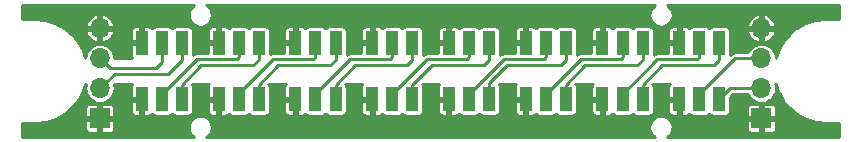
<source format=gtl>
G04 #@! TF.GenerationSoftware,KiCad,Pcbnew,(5.1.4-0-10_14)*
G04 #@! TF.CreationDate,2019-08-25T21:06:09+02:00*
G04 #@! TF.ProjectId,Streifen,53747265-6966-4656-9e2e-6b696361645f,rev?*
G04 #@! TF.SameCoordinates,Original*
G04 #@! TF.FileFunction,Copper,L1,Top*
G04 #@! TF.FilePolarity,Positive*
%FSLAX46Y46*%
G04 Gerber Fmt 4.6, Leading zero omitted, Abs format (unit mm)*
G04 Created by KiCad (PCBNEW (5.1.4-0-10_14)) date 2019-08-25 21:06:09*
%MOMM*%
%LPD*%
G04 APERTURE LIST*
%ADD10R,1.100000X2.000000*%
%ADD11O,1.700000X1.700000*%
%ADD12R,1.700000X1.700000*%
%ADD13C,0.250000*%
%ADD14C,0.254000*%
G04 APERTURE END LIST*
D10*
X128950000Y-102400000D03*
X127250000Y-102400000D03*
X125550000Y-102400000D03*
X125550000Y-97600000D03*
X127250000Y-97600000D03*
X128950000Y-97600000D03*
X135450000Y-97600000D03*
X133750000Y-97600000D03*
X132050000Y-97600000D03*
X132050000Y-102400000D03*
X133750000Y-102400000D03*
X135450000Y-102400000D03*
X141950000Y-102400000D03*
X140250000Y-102400000D03*
X138550000Y-102400000D03*
X138550000Y-97600000D03*
X140250000Y-97600000D03*
X141950000Y-97600000D03*
X148450000Y-97600000D03*
X146750000Y-97600000D03*
X145050000Y-97600000D03*
X145050000Y-102400000D03*
X146750000Y-102400000D03*
X148450000Y-102400000D03*
X154950000Y-102400000D03*
X153250000Y-102400000D03*
X151550000Y-102400000D03*
X151550000Y-97600000D03*
X153250000Y-97600000D03*
X154950000Y-97600000D03*
X161450000Y-97600000D03*
X159750000Y-97600000D03*
X158050000Y-97600000D03*
X158050000Y-102400000D03*
X159750000Y-102400000D03*
X161450000Y-102400000D03*
X167950000Y-102400000D03*
X166250000Y-102400000D03*
X164550000Y-102400000D03*
X164550000Y-97600000D03*
X166250000Y-97600000D03*
X167950000Y-97600000D03*
X174450000Y-97600000D03*
X172750000Y-97600000D03*
X171050000Y-97600000D03*
X171050000Y-102400000D03*
X172750000Y-102400000D03*
X174450000Y-102400000D03*
D11*
X122000000Y-96380000D03*
X122000000Y-98920000D03*
X122000000Y-101460000D03*
D12*
X122000000Y-104000000D03*
X178000000Y-104000000D03*
D11*
X178000000Y-101460000D03*
X178000000Y-98920000D03*
X178000000Y-96380000D03*
D13*
X135450000Y-99050000D02*
X135450000Y-97600000D01*
X135000000Y-99500000D02*
X135450000Y-99050000D01*
X128950000Y-101150000D02*
X130600000Y-99500000D01*
X130600000Y-99500000D02*
X135000000Y-99500000D01*
X128950000Y-102400000D02*
X128950000Y-101150000D01*
X133750000Y-98850000D02*
X133750000Y-97600000D01*
X133600000Y-99000000D02*
X133750000Y-98850000D01*
X127250000Y-101950000D02*
X130200000Y-99000000D01*
X130200000Y-99000000D02*
X133600000Y-99000000D01*
X127250000Y-102400000D02*
X127250000Y-101950000D01*
X127250000Y-99250000D02*
X127250000Y-97600000D01*
X126730001Y-99769999D02*
X127250000Y-99250000D01*
X122849999Y-99769999D02*
X126730001Y-99769999D01*
X122000000Y-98920000D02*
X122849999Y-99769999D01*
X123239991Y-100220009D02*
X127779991Y-100220009D01*
X122000000Y-101460000D02*
X123239991Y-100220009D01*
X128950000Y-99050000D02*
X128950000Y-97600000D01*
X127779991Y-100220009D02*
X128950000Y-99050000D01*
X140250000Y-98850000D02*
X140250000Y-97600000D01*
X136636410Y-99000000D02*
X140100000Y-99000000D01*
X133750000Y-101886410D02*
X136636410Y-99000000D01*
X140100000Y-99000000D02*
X140250000Y-98850000D01*
X133750000Y-102400000D02*
X133750000Y-101886410D01*
X135450000Y-101150000D02*
X137100000Y-99500000D01*
X135450000Y-102400000D02*
X135450000Y-101150000D01*
X137100000Y-99500000D02*
X141500000Y-99500000D01*
X141950000Y-99050000D02*
X141950000Y-97600000D01*
X141500000Y-99500000D02*
X141950000Y-99050000D01*
X141950000Y-101150000D02*
X143600000Y-99500000D01*
X141950000Y-102400000D02*
X141950000Y-101150000D01*
X143600000Y-99500000D02*
X148000000Y-99500000D01*
X148450000Y-99050000D02*
X148450000Y-97600000D01*
X148000000Y-99500000D02*
X148450000Y-99050000D01*
X146600000Y-99000000D02*
X146750000Y-98850000D01*
X146750000Y-98850000D02*
X146750000Y-97600000D01*
X143200000Y-99000000D02*
X146600000Y-99000000D01*
X140250000Y-101950000D02*
X143200000Y-99000000D01*
X140250000Y-102400000D02*
X140250000Y-101950000D01*
X153250000Y-98850000D02*
X153250000Y-97600000D01*
X153100000Y-99000000D02*
X153250000Y-98850000D01*
X149700000Y-99000000D02*
X153100000Y-99000000D01*
X146750000Y-101950000D02*
X149700000Y-99000000D01*
X146750000Y-102400000D02*
X146750000Y-101950000D01*
X154950000Y-99050000D02*
X154950000Y-97600000D01*
X154500000Y-99500000D02*
X154950000Y-99050000D01*
X150100000Y-99500000D02*
X154500000Y-99500000D01*
X148450000Y-101150000D02*
X150100000Y-99500000D01*
X148450000Y-102400000D02*
X148450000Y-101150000D01*
X161450000Y-99050000D02*
X161450000Y-97600000D01*
X161000000Y-99500000D02*
X161450000Y-99050000D01*
X156500000Y-99500000D02*
X161000000Y-99500000D01*
X154950000Y-101050000D02*
X156500000Y-99500000D01*
X154950000Y-102400000D02*
X154950000Y-101050000D01*
X159750000Y-98850000D02*
X159750000Y-97600000D01*
X153250000Y-101950000D02*
X156200000Y-99000000D01*
X159600000Y-99000000D02*
X159750000Y-98850000D01*
X156200000Y-99000000D02*
X159600000Y-99000000D01*
X153250000Y-102400000D02*
X153250000Y-101950000D01*
X166250000Y-98850000D02*
X166250000Y-97600000D01*
X159750000Y-101950000D02*
X162700000Y-99000000D01*
X166100000Y-99000000D02*
X166250000Y-98850000D01*
X162700000Y-99000000D02*
X166100000Y-99000000D01*
X159750000Y-102400000D02*
X159750000Y-101950000D01*
X161450000Y-101150000D02*
X163100000Y-99500000D01*
X161450000Y-102400000D02*
X161450000Y-101150000D01*
X163100000Y-99500000D02*
X167500000Y-99500000D01*
X167950000Y-99050000D02*
X167950000Y-97600000D01*
X167500000Y-99500000D02*
X167950000Y-99050000D01*
X167950000Y-101150000D02*
X169600000Y-99500000D01*
X167950000Y-102400000D02*
X167950000Y-101150000D01*
X169600000Y-99500000D02*
X174000000Y-99500000D01*
X174450000Y-99050000D02*
X174450000Y-97600000D01*
X174000000Y-99500000D02*
X174450000Y-99050000D01*
X172750000Y-98850000D02*
X172750000Y-97600000D01*
X172600000Y-99000000D02*
X172750000Y-98850000D01*
X169200000Y-99000000D02*
X172600000Y-99000000D01*
X166250000Y-101950000D02*
X169200000Y-99000000D01*
X166250000Y-102400000D02*
X166250000Y-101950000D01*
X176797919Y-98920000D02*
X178000000Y-98920000D01*
X175780000Y-98920000D02*
X176797919Y-98920000D01*
X172750000Y-101950000D02*
X175780000Y-98920000D01*
X172750000Y-102400000D02*
X172750000Y-101950000D01*
X175390000Y-101460000D02*
X174450000Y-102400000D01*
X178000000Y-101460000D02*
X175390000Y-101460000D01*
D14*
G36*
X129874649Y-94488007D02*
G01*
X129738007Y-94624649D01*
X129630649Y-94785322D01*
X129556699Y-94963853D01*
X129519000Y-95153380D01*
X129519000Y-95346620D01*
X129556699Y-95536147D01*
X129630649Y-95714678D01*
X129738007Y-95875351D01*
X129874649Y-96011993D01*
X130035322Y-96119351D01*
X130213853Y-96193301D01*
X130403380Y-96231000D01*
X130596620Y-96231000D01*
X130786147Y-96193301D01*
X130964678Y-96119351D01*
X131125351Y-96011993D01*
X131261993Y-95875351D01*
X131369351Y-95714678D01*
X131443301Y-95536147D01*
X131481000Y-95346620D01*
X131481000Y-95153380D01*
X131443301Y-94963853D01*
X131369351Y-94785322D01*
X131261993Y-94624649D01*
X131125351Y-94488007D01*
X131002619Y-94406000D01*
X168997381Y-94406000D01*
X168874649Y-94488007D01*
X168738007Y-94624649D01*
X168630649Y-94785322D01*
X168556699Y-94963853D01*
X168519000Y-95153380D01*
X168519000Y-95346620D01*
X168556699Y-95536147D01*
X168630649Y-95714678D01*
X168738007Y-95875351D01*
X168874649Y-96011993D01*
X169035322Y-96119351D01*
X169213853Y-96193301D01*
X169403380Y-96231000D01*
X169596620Y-96231000D01*
X169786147Y-96193301D01*
X169964678Y-96119351D01*
X170048983Y-96063020D01*
X176810511Y-96063020D01*
X176871373Y-96253000D01*
X177873000Y-96253000D01*
X177873000Y-95250813D01*
X178127000Y-95250813D01*
X178127000Y-96253000D01*
X179128627Y-96253000D01*
X179189489Y-96063020D01*
X179165134Y-95982712D01*
X179065239Y-95763039D01*
X178924408Y-95567076D01*
X178748052Y-95402353D01*
X178542949Y-95275201D01*
X178316981Y-95190505D01*
X178127000Y-95250813D01*
X177873000Y-95250813D01*
X177683019Y-95190505D01*
X177457051Y-95275201D01*
X177251948Y-95402353D01*
X177075592Y-95567076D01*
X176934761Y-95763039D01*
X176834866Y-95982712D01*
X176810511Y-96063020D01*
X170048983Y-96063020D01*
X170125351Y-96011993D01*
X170261993Y-95875351D01*
X170369351Y-95714678D01*
X170443301Y-95536147D01*
X170481000Y-95346620D01*
X170481000Y-95153380D01*
X170443301Y-94963853D01*
X170369351Y-94785322D01*
X170261993Y-94624649D01*
X170125351Y-94488007D01*
X170002619Y-94406000D01*
X184594000Y-94406000D01*
X184594001Y-95594000D01*
X183480059Y-95594000D01*
X183478644Y-95594139D01*
X183441316Y-95594400D01*
X183422971Y-95596328D01*
X183404532Y-95596328D01*
X183398894Y-95596920D01*
X182623096Y-95683940D01*
X182587038Y-95691604D01*
X182551006Y-95698739D01*
X182545601Y-95700412D01*
X182545591Y-95700414D01*
X182545582Y-95700418D01*
X181801470Y-95936464D01*
X181767662Y-95950954D01*
X181733627Y-95964982D01*
X181728640Y-95967678D01*
X181044540Y-96343765D01*
X181014160Y-96364567D01*
X180983529Y-96384918D01*
X180979160Y-96388532D01*
X180381137Y-96890333D01*
X180355378Y-96916638D01*
X180329281Y-96942553D01*
X180325697Y-96946946D01*
X179836532Y-97555346D01*
X179816379Y-97586143D01*
X179795806Y-97616643D01*
X179793144Y-97621649D01*
X179431466Y-98313476D01*
X179417654Y-98347662D01*
X179403423Y-98381516D01*
X179401787Y-98386933D01*
X179401783Y-98386943D01*
X179401781Y-98386953D01*
X179258729Y-98873000D01*
X179232327Y-98873000D01*
X179213188Y-98678682D01*
X179142798Y-98446637D01*
X179028491Y-98232784D01*
X178874660Y-98045340D01*
X178687216Y-97891509D01*
X178473363Y-97777202D01*
X178241318Y-97706812D01*
X178060472Y-97689000D01*
X177939528Y-97689000D01*
X177758682Y-97706812D01*
X177526637Y-97777202D01*
X177312784Y-97891509D01*
X177125340Y-98045340D01*
X176971509Y-98232784D01*
X176874647Y-98414000D01*
X175804845Y-98414000D01*
X175779999Y-98411553D01*
X175755153Y-98414000D01*
X175755146Y-98414000D01*
X175690694Y-98420348D01*
X175680806Y-98421322D01*
X175597352Y-98446637D01*
X175585425Y-98450255D01*
X175497521Y-98497241D01*
X175420473Y-98560473D01*
X175404628Y-98579780D01*
X175382672Y-98601736D01*
X175382843Y-98600000D01*
X175382843Y-96696980D01*
X176810511Y-96696980D01*
X176834866Y-96777288D01*
X176934761Y-96996961D01*
X177075592Y-97192924D01*
X177251948Y-97357647D01*
X177457051Y-97484799D01*
X177683019Y-97569495D01*
X177873000Y-97509187D01*
X177873000Y-96507000D01*
X178127000Y-96507000D01*
X178127000Y-97509187D01*
X178316981Y-97569495D01*
X178542949Y-97484799D01*
X178748052Y-97357647D01*
X178924408Y-97192924D01*
X179065239Y-96996961D01*
X179165134Y-96777288D01*
X179189489Y-96696980D01*
X179128627Y-96507000D01*
X178127000Y-96507000D01*
X177873000Y-96507000D01*
X176871373Y-96507000D01*
X176810511Y-96696980D01*
X175382843Y-96696980D01*
X175382843Y-96600000D01*
X175375487Y-96525311D01*
X175353701Y-96453492D01*
X175318322Y-96387304D01*
X175270711Y-96329289D01*
X175212696Y-96281678D01*
X175146508Y-96246299D01*
X175074689Y-96224513D01*
X175000000Y-96217157D01*
X173900000Y-96217157D01*
X173825311Y-96224513D01*
X173753492Y-96246299D01*
X173687304Y-96281678D01*
X173629289Y-96329289D01*
X173600000Y-96364978D01*
X173570711Y-96329289D01*
X173512696Y-96281678D01*
X173446508Y-96246299D01*
X173374689Y-96224513D01*
X173300000Y-96217157D01*
X172200000Y-96217157D01*
X172125311Y-96224513D01*
X172053492Y-96246299D01*
X171987304Y-96281678D01*
X171929289Y-96329289D01*
X171900000Y-96364978D01*
X171870711Y-96329289D01*
X171812696Y-96281678D01*
X171746508Y-96246299D01*
X171674689Y-96224513D01*
X171600000Y-96217157D01*
X171272250Y-96219000D01*
X171177000Y-96314250D01*
X171177000Y-97473000D01*
X171197000Y-97473000D01*
X171197000Y-97727000D01*
X171177000Y-97727000D01*
X171177000Y-97747000D01*
X170923000Y-97747000D01*
X170923000Y-97727000D01*
X170214250Y-97727000D01*
X170119000Y-97822250D01*
X170117408Y-98494000D01*
X169224845Y-98494000D01*
X169199999Y-98491553D01*
X169175153Y-98494000D01*
X169175146Y-98494000D01*
X169100807Y-98501322D01*
X169005425Y-98530255D01*
X168917521Y-98577241D01*
X168882232Y-98606202D01*
X168882843Y-98600000D01*
X168882843Y-96600000D01*
X170117157Y-96600000D01*
X170119000Y-97377750D01*
X170214250Y-97473000D01*
X170923000Y-97473000D01*
X170923000Y-96314250D01*
X170827750Y-96219000D01*
X170500000Y-96217157D01*
X170425311Y-96224513D01*
X170353492Y-96246299D01*
X170287304Y-96281678D01*
X170229289Y-96329289D01*
X170181678Y-96387304D01*
X170146299Y-96453492D01*
X170124513Y-96525311D01*
X170117157Y-96600000D01*
X168882843Y-96600000D01*
X168875487Y-96525311D01*
X168853701Y-96453492D01*
X168818322Y-96387304D01*
X168770711Y-96329289D01*
X168712696Y-96281678D01*
X168646508Y-96246299D01*
X168574689Y-96224513D01*
X168500000Y-96217157D01*
X167400000Y-96217157D01*
X167325311Y-96224513D01*
X167253492Y-96246299D01*
X167187304Y-96281678D01*
X167129289Y-96329289D01*
X167100000Y-96364978D01*
X167070711Y-96329289D01*
X167012696Y-96281678D01*
X166946508Y-96246299D01*
X166874689Y-96224513D01*
X166800000Y-96217157D01*
X165700000Y-96217157D01*
X165625311Y-96224513D01*
X165553492Y-96246299D01*
X165487304Y-96281678D01*
X165429289Y-96329289D01*
X165400000Y-96364978D01*
X165370711Y-96329289D01*
X165312696Y-96281678D01*
X165246508Y-96246299D01*
X165174689Y-96224513D01*
X165100000Y-96217157D01*
X164772250Y-96219000D01*
X164677000Y-96314250D01*
X164677000Y-97473000D01*
X164697000Y-97473000D01*
X164697000Y-97727000D01*
X164677000Y-97727000D01*
X164677000Y-97747000D01*
X164423000Y-97747000D01*
X164423000Y-97727000D01*
X163714250Y-97727000D01*
X163619000Y-97822250D01*
X163617408Y-98494000D01*
X162724845Y-98494000D01*
X162699999Y-98491553D01*
X162675153Y-98494000D01*
X162675146Y-98494000D01*
X162600807Y-98501322D01*
X162505425Y-98530255D01*
X162417521Y-98577241D01*
X162382232Y-98606202D01*
X162382843Y-98600000D01*
X162382843Y-96600000D01*
X163617157Y-96600000D01*
X163619000Y-97377750D01*
X163714250Y-97473000D01*
X164423000Y-97473000D01*
X164423000Y-96314250D01*
X164327750Y-96219000D01*
X164000000Y-96217157D01*
X163925311Y-96224513D01*
X163853492Y-96246299D01*
X163787304Y-96281678D01*
X163729289Y-96329289D01*
X163681678Y-96387304D01*
X163646299Y-96453492D01*
X163624513Y-96525311D01*
X163617157Y-96600000D01*
X162382843Y-96600000D01*
X162375487Y-96525311D01*
X162353701Y-96453492D01*
X162318322Y-96387304D01*
X162270711Y-96329289D01*
X162212696Y-96281678D01*
X162146508Y-96246299D01*
X162074689Y-96224513D01*
X162000000Y-96217157D01*
X160900000Y-96217157D01*
X160825311Y-96224513D01*
X160753492Y-96246299D01*
X160687304Y-96281678D01*
X160629289Y-96329289D01*
X160600000Y-96364978D01*
X160570711Y-96329289D01*
X160512696Y-96281678D01*
X160446508Y-96246299D01*
X160374689Y-96224513D01*
X160300000Y-96217157D01*
X159200000Y-96217157D01*
X159125311Y-96224513D01*
X159053492Y-96246299D01*
X158987304Y-96281678D01*
X158929289Y-96329289D01*
X158900000Y-96364978D01*
X158870711Y-96329289D01*
X158812696Y-96281678D01*
X158746508Y-96246299D01*
X158674689Y-96224513D01*
X158600000Y-96217157D01*
X158272250Y-96219000D01*
X158177000Y-96314250D01*
X158177000Y-97473000D01*
X158197000Y-97473000D01*
X158197000Y-97727000D01*
X158177000Y-97727000D01*
X158177000Y-97747000D01*
X157923000Y-97747000D01*
X157923000Y-97727000D01*
X157214250Y-97727000D01*
X157119000Y-97822250D01*
X157117408Y-98494000D01*
X156224845Y-98494000D01*
X156199999Y-98491553D01*
X156175153Y-98494000D01*
X156175146Y-98494000D01*
X156100807Y-98501322D01*
X156005425Y-98530255D01*
X155917521Y-98577241D01*
X155882232Y-98606202D01*
X155882843Y-98600000D01*
X155882843Y-96600000D01*
X157117157Y-96600000D01*
X157119000Y-97377750D01*
X157214250Y-97473000D01*
X157923000Y-97473000D01*
X157923000Y-96314250D01*
X157827750Y-96219000D01*
X157500000Y-96217157D01*
X157425311Y-96224513D01*
X157353492Y-96246299D01*
X157287304Y-96281678D01*
X157229289Y-96329289D01*
X157181678Y-96387304D01*
X157146299Y-96453492D01*
X157124513Y-96525311D01*
X157117157Y-96600000D01*
X155882843Y-96600000D01*
X155875487Y-96525311D01*
X155853701Y-96453492D01*
X155818322Y-96387304D01*
X155770711Y-96329289D01*
X155712696Y-96281678D01*
X155646508Y-96246299D01*
X155574689Y-96224513D01*
X155500000Y-96217157D01*
X154400000Y-96217157D01*
X154325311Y-96224513D01*
X154253492Y-96246299D01*
X154187304Y-96281678D01*
X154129289Y-96329289D01*
X154100000Y-96364978D01*
X154070711Y-96329289D01*
X154012696Y-96281678D01*
X153946508Y-96246299D01*
X153874689Y-96224513D01*
X153800000Y-96217157D01*
X152700000Y-96217157D01*
X152625311Y-96224513D01*
X152553492Y-96246299D01*
X152487304Y-96281678D01*
X152429289Y-96329289D01*
X152400000Y-96364978D01*
X152370711Y-96329289D01*
X152312696Y-96281678D01*
X152246508Y-96246299D01*
X152174689Y-96224513D01*
X152100000Y-96217157D01*
X151772250Y-96219000D01*
X151677000Y-96314250D01*
X151677000Y-97473000D01*
X151697000Y-97473000D01*
X151697000Y-97727000D01*
X151677000Y-97727000D01*
X151677000Y-97747000D01*
X151423000Y-97747000D01*
X151423000Y-97727000D01*
X150714250Y-97727000D01*
X150619000Y-97822250D01*
X150617408Y-98494000D01*
X149724845Y-98494000D01*
X149699999Y-98491553D01*
X149675153Y-98494000D01*
X149675146Y-98494000D01*
X149600807Y-98501322D01*
X149505425Y-98530255D01*
X149417521Y-98577241D01*
X149382232Y-98606202D01*
X149382843Y-98600000D01*
X149382843Y-96600000D01*
X150617157Y-96600000D01*
X150619000Y-97377750D01*
X150714250Y-97473000D01*
X151423000Y-97473000D01*
X151423000Y-96314250D01*
X151327750Y-96219000D01*
X151000000Y-96217157D01*
X150925311Y-96224513D01*
X150853492Y-96246299D01*
X150787304Y-96281678D01*
X150729289Y-96329289D01*
X150681678Y-96387304D01*
X150646299Y-96453492D01*
X150624513Y-96525311D01*
X150617157Y-96600000D01*
X149382843Y-96600000D01*
X149375487Y-96525311D01*
X149353701Y-96453492D01*
X149318322Y-96387304D01*
X149270711Y-96329289D01*
X149212696Y-96281678D01*
X149146508Y-96246299D01*
X149074689Y-96224513D01*
X149000000Y-96217157D01*
X147900000Y-96217157D01*
X147825311Y-96224513D01*
X147753492Y-96246299D01*
X147687304Y-96281678D01*
X147629289Y-96329289D01*
X147600000Y-96364978D01*
X147570711Y-96329289D01*
X147512696Y-96281678D01*
X147446508Y-96246299D01*
X147374689Y-96224513D01*
X147300000Y-96217157D01*
X146200000Y-96217157D01*
X146125311Y-96224513D01*
X146053492Y-96246299D01*
X145987304Y-96281678D01*
X145929289Y-96329289D01*
X145900000Y-96364978D01*
X145870711Y-96329289D01*
X145812696Y-96281678D01*
X145746508Y-96246299D01*
X145674689Y-96224513D01*
X145600000Y-96217157D01*
X145272250Y-96219000D01*
X145177000Y-96314250D01*
X145177000Y-97473000D01*
X145197000Y-97473000D01*
X145197000Y-97727000D01*
X145177000Y-97727000D01*
X145177000Y-97747000D01*
X144923000Y-97747000D01*
X144923000Y-97727000D01*
X144214250Y-97727000D01*
X144119000Y-97822250D01*
X144117408Y-98494000D01*
X143224845Y-98494000D01*
X143199999Y-98491553D01*
X143175153Y-98494000D01*
X143175146Y-98494000D01*
X143100807Y-98501322D01*
X143005425Y-98530255D01*
X142917521Y-98577241D01*
X142882232Y-98606202D01*
X142882843Y-98600000D01*
X142882843Y-96600000D01*
X144117157Y-96600000D01*
X144119000Y-97377750D01*
X144214250Y-97473000D01*
X144923000Y-97473000D01*
X144923000Y-96314250D01*
X144827750Y-96219000D01*
X144500000Y-96217157D01*
X144425311Y-96224513D01*
X144353492Y-96246299D01*
X144287304Y-96281678D01*
X144229289Y-96329289D01*
X144181678Y-96387304D01*
X144146299Y-96453492D01*
X144124513Y-96525311D01*
X144117157Y-96600000D01*
X142882843Y-96600000D01*
X142875487Y-96525311D01*
X142853701Y-96453492D01*
X142818322Y-96387304D01*
X142770711Y-96329289D01*
X142712696Y-96281678D01*
X142646508Y-96246299D01*
X142574689Y-96224513D01*
X142500000Y-96217157D01*
X141400000Y-96217157D01*
X141325311Y-96224513D01*
X141253492Y-96246299D01*
X141187304Y-96281678D01*
X141129289Y-96329289D01*
X141100000Y-96364978D01*
X141070711Y-96329289D01*
X141012696Y-96281678D01*
X140946508Y-96246299D01*
X140874689Y-96224513D01*
X140800000Y-96217157D01*
X139700000Y-96217157D01*
X139625311Y-96224513D01*
X139553492Y-96246299D01*
X139487304Y-96281678D01*
X139429289Y-96329289D01*
X139400000Y-96364978D01*
X139370711Y-96329289D01*
X139312696Y-96281678D01*
X139246508Y-96246299D01*
X139174689Y-96224513D01*
X139100000Y-96217157D01*
X138772250Y-96219000D01*
X138677000Y-96314250D01*
X138677000Y-97473000D01*
X138697000Y-97473000D01*
X138697000Y-97727000D01*
X138677000Y-97727000D01*
X138677000Y-97747000D01*
X138423000Y-97747000D01*
X138423000Y-97727000D01*
X137714250Y-97727000D01*
X137619000Y-97822250D01*
X137617408Y-98494000D01*
X136661255Y-98494000D01*
X136636409Y-98491553D01*
X136611563Y-98494000D01*
X136611556Y-98494000D01*
X136547104Y-98500348D01*
X136537216Y-98501322D01*
X136441835Y-98530255D01*
X136382843Y-98561787D01*
X136382843Y-96600000D01*
X137617157Y-96600000D01*
X137619000Y-97377750D01*
X137714250Y-97473000D01*
X138423000Y-97473000D01*
X138423000Y-96314250D01*
X138327750Y-96219000D01*
X138000000Y-96217157D01*
X137925311Y-96224513D01*
X137853492Y-96246299D01*
X137787304Y-96281678D01*
X137729289Y-96329289D01*
X137681678Y-96387304D01*
X137646299Y-96453492D01*
X137624513Y-96525311D01*
X137617157Y-96600000D01*
X136382843Y-96600000D01*
X136375487Y-96525311D01*
X136353701Y-96453492D01*
X136318322Y-96387304D01*
X136270711Y-96329289D01*
X136212696Y-96281678D01*
X136146508Y-96246299D01*
X136074689Y-96224513D01*
X136000000Y-96217157D01*
X134900000Y-96217157D01*
X134825311Y-96224513D01*
X134753492Y-96246299D01*
X134687304Y-96281678D01*
X134629289Y-96329289D01*
X134600000Y-96364978D01*
X134570711Y-96329289D01*
X134512696Y-96281678D01*
X134446508Y-96246299D01*
X134374689Y-96224513D01*
X134300000Y-96217157D01*
X133200000Y-96217157D01*
X133125311Y-96224513D01*
X133053492Y-96246299D01*
X132987304Y-96281678D01*
X132929289Y-96329289D01*
X132900000Y-96364978D01*
X132870711Y-96329289D01*
X132812696Y-96281678D01*
X132746508Y-96246299D01*
X132674689Y-96224513D01*
X132600000Y-96217157D01*
X132272250Y-96219000D01*
X132177000Y-96314250D01*
X132177000Y-97473000D01*
X132197000Y-97473000D01*
X132197000Y-97727000D01*
X132177000Y-97727000D01*
X132177000Y-97747000D01*
X131923000Y-97747000D01*
X131923000Y-97727000D01*
X131214250Y-97727000D01*
X131119000Y-97822250D01*
X131117408Y-98494000D01*
X130224845Y-98494000D01*
X130199999Y-98491553D01*
X130175153Y-98494000D01*
X130175146Y-98494000D01*
X130100807Y-98501322D01*
X130005425Y-98530255D01*
X129917521Y-98577241D01*
X129882232Y-98606202D01*
X129882843Y-98600000D01*
X129882843Y-96600000D01*
X131117157Y-96600000D01*
X131119000Y-97377750D01*
X131214250Y-97473000D01*
X131923000Y-97473000D01*
X131923000Y-96314250D01*
X131827750Y-96219000D01*
X131500000Y-96217157D01*
X131425311Y-96224513D01*
X131353492Y-96246299D01*
X131287304Y-96281678D01*
X131229289Y-96329289D01*
X131181678Y-96387304D01*
X131146299Y-96453492D01*
X131124513Y-96525311D01*
X131117157Y-96600000D01*
X129882843Y-96600000D01*
X129875487Y-96525311D01*
X129853701Y-96453492D01*
X129818322Y-96387304D01*
X129770711Y-96329289D01*
X129712696Y-96281678D01*
X129646508Y-96246299D01*
X129574689Y-96224513D01*
X129500000Y-96217157D01*
X128400000Y-96217157D01*
X128325311Y-96224513D01*
X128253492Y-96246299D01*
X128187304Y-96281678D01*
X128129289Y-96329289D01*
X128100000Y-96364978D01*
X128070711Y-96329289D01*
X128012696Y-96281678D01*
X127946508Y-96246299D01*
X127874689Y-96224513D01*
X127800000Y-96217157D01*
X126700000Y-96217157D01*
X126625311Y-96224513D01*
X126553492Y-96246299D01*
X126487304Y-96281678D01*
X126429289Y-96329289D01*
X126400000Y-96364978D01*
X126370711Y-96329289D01*
X126312696Y-96281678D01*
X126246508Y-96246299D01*
X126174689Y-96224513D01*
X126100000Y-96217157D01*
X125772250Y-96219000D01*
X125677000Y-96314250D01*
X125677000Y-97473000D01*
X125697000Y-97473000D01*
X125697000Y-97727000D01*
X125677000Y-97727000D01*
X125677000Y-97747000D01*
X125423000Y-97747000D01*
X125423000Y-97727000D01*
X124714250Y-97727000D01*
X124619000Y-97822250D01*
X124617157Y-98600000D01*
X124624513Y-98674689D01*
X124646299Y-98746508D01*
X124681678Y-98812696D01*
X124729289Y-98870711D01*
X124732078Y-98873000D01*
X123232327Y-98873000D01*
X123213188Y-98678682D01*
X123142798Y-98446637D01*
X123028491Y-98232784D01*
X122874660Y-98045340D01*
X122687216Y-97891509D01*
X122473363Y-97777202D01*
X122241318Y-97706812D01*
X122060472Y-97689000D01*
X121939528Y-97689000D01*
X121758682Y-97706812D01*
X121526637Y-97777202D01*
X121312784Y-97891509D01*
X121125340Y-98045340D01*
X120971509Y-98232784D01*
X120857202Y-98446637D01*
X120786812Y-98678682D01*
X120767673Y-98873000D01*
X120743420Y-98873000D01*
X120575296Y-98329881D01*
X120561019Y-98295918D01*
X120547251Y-98261840D01*
X120544590Y-98256834D01*
X120173287Y-97570124D01*
X120152687Y-97539583D01*
X120132561Y-97508828D01*
X120128979Y-97504434D01*
X119631365Y-96902923D01*
X119605265Y-96877005D01*
X119579508Y-96850703D01*
X119575140Y-96847089D01*
X119391089Y-96696980D01*
X120810511Y-96696980D01*
X120834866Y-96777288D01*
X120934761Y-96996961D01*
X121075592Y-97192924D01*
X121251948Y-97357647D01*
X121457051Y-97484799D01*
X121683019Y-97569495D01*
X121873000Y-97509187D01*
X121873000Y-96507000D01*
X122127000Y-96507000D01*
X122127000Y-97509187D01*
X122316981Y-97569495D01*
X122542949Y-97484799D01*
X122748052Y-97357647D01*
X122924408Y-97192924D01*
X123065239Y-96996961D01*
X123165134Y-96777288D01*
X123189489Y-96696980D01*
X123158421Y-96600000D01*
X124617157Y-96600000D01*
X124619000Y-97377750D01*
X124714250Y-97473000D01*
X125423000Y-97473000D01*
X125423000Y-96314250D01*
X125327750Y-96219000D01*
X125000000Y-96217157D01*
X124925311Y-96224513D01*
X124853492Y-96246299D01*
X124787304Y-96281678D01*
X124729289Y-96329289D01*
X124681678Y-96387304D01*
X124646299Y-96453492D01*
X124624513Y-96525311D01*
X124617157Y-96600000D01*
X123158421Y-96600000D01*
X123128627Y-96507000D01*
X122127000Y-96507000D01*
X121873000Y-96507000D01*
X120871373Y-96507000D01*
X120810511Y-96696980D01*
X119391089Y-96696980D01*
X118970170Y-96353687D01*
X118939497Y-96333308D01*
X118909159Y-96312535D01*
X118904180Y-96309843D01*
X118904172Y-96309838D01*
X118904164Y-96309835D01*
X118439975Y-96063020D01*
X120810511Y-96063020D01*
X120871373Y-96253000D01*
X121873000Y-96253000D01*
X121873000Y-95250813D01*
X122127000Y-95250813D01*
X122127000Y-96253000D01*
X123128627Y-96253000D01*
X123189489Y-96063020D01*
X123165134Y-95982712D01*
X123065239Y-95763039D01*
X122924408Y-95567076D01*
X122748052Y-95402353D01*
X122542949Y-95275201D01*
X122316981Y-95190505D01*
X122127000Y-95250813D01*
X121873000Y-95250813D01*
X121683019Y-95190505D01*
X121457051Y-95275201D01*
X121251948Y-95402353D01*
X121075592Y-95567076D01*
X120934761Y-95763039D01*
X120834866Y-95982712D01*
X120810511Y-96063020D01*
X118439975Y-96063020D01*
X118214888Y-95943339D01*
X118180839Y-95929305D01*
X118147044Y-95914821D01*
X118141629Y-95913144D01*
X117394284Y-95687507D01*
X117358178Y-95680358D01*
X117322194Y-95672710D01*
X117316556Y-95672117D01*
X116539618Y-95595938D01*
X116519941Y-95594000D01*
X115406000Y-95594000D01*
X115406000Y-94406000D01*
X129997381Y-94406000D01*
X129874649Y-94488007D01*
X129874649Y-94488007D01*
G37*
X129874649Y-94488007D02*
X129738007Y-94624649D01*
X129630649Y-94785322D01*
X129556699Y-94963853D01*
X129519000Y-95153380D01*
X129519000Y-95346620D01*
X129556699Y-95536147D01*
X129630649Y-95714678D01*
X129738007Y-95875351D01*
X129874649Y-96011993D01*
X130035322Y-96119351D01*
X130213853Y-96193301D01*
X130403380Y-96231000D01*
X130596620Y-96231000D01*
X130786147Y-96193301D01*
X130964678Y-96119351D01*
X131125351Y-96011993D01*
X131261993Y-95875351D01*
X131369351Y-95714678D01*
X131443301Y-95536147D01*
X131481000Y-95346620D01*
X131481000Y-95153380D01*
X131443301Y-94963853D01*
X131369351Y-94785322D01*
X131261993Y-94624649D01*
X131125351Y-94488007D01*
X131002619Y-94406000D01*
X168997381Y-94406000D01*
X168874649Y-94488007D01*
X168738007Y-94624649D01*
X168630649Y-94785322D01*
X168556699Y-94963853D01*
X168519000Y-95153380D01*
X168519000Y-95346620D01*
X168556699Y-95536147D01*
X168630649Y-95714678D01*
X168738007Y-95875351D01*
X168874649Y-96011993D01*
X169035322Y-96119351D01*
X169213853Y-96193301D01*
X169403380Y-96231000D01*
X169596620Y-96231000D01*
X169786147Y-96193301D01*
X169964678Y-96119351D01*
X170048983Y-96063020D01*
X176810511Y-96063020D01*
X176871373Y-96253000D01*
X177873000Y-96253000D01*
X177873000Y-95250813D01*
X178127000Y-95250813D01*
X178127000Y-96253000D01*
X179128627Y-96253000D01*
X179189489Y-96063020D01*
X179165134Y-95982712D01*
X179065239Y-95763039D01*
X178924408Y-95567076D01*
X178748052Y-95402353D01*
X178542949Y-95275201D01*
X178316981Y-95190505D01*
X178127000Y-95250813D01*
X177873000Y-95250813D01*
X177683019Y-95190505D01*
X177457051Y-95275201D01*
X177251948Y-95402353D01*
X177075592Y-95567076D01*
X176934761Y-95763039D01*
X176834866Y-95982712D01*
X176810511Y-96063020D01*
X170048983Y-96063020D01*
X170125351Y-96011993D01*
X170261993Y-95875351D01*
X170369351Y-95714678D01*
X170443301Y-95536147D01*
X170481000Y-95346620D01*
X170481000Y-95153380D01*
X170443301Y-94963853D01*
X170369351Y-94785322D01*
X170261993Y-94624649D01*
X170125351Y-94488007D01*
X170002619Y-94406000D01*
X184594000Y-94406000D01*
X184594001Y-95594000D01*
X183480059Y-95594000D01*
X183478644Y-95594139D01*
X183441316Y-95594400D01*
X183422971Y-95596328D01*
X183404532Y-95596328D01*
X183398894Y-95596920D01*
X182623096Y-95683940D01*
X182587038Y-95691604D01*
X182551006Y-95698739D01*
X182545601Y-95700412D01*
X182545591Y-95700414D01*
X182545582Y-95700418D01*
X181801470Y-95936464D01*
X181767662Y-95950954D01*
X181733627Y-95964982D01*
X181728640Y-95967678D01*
X181044540Y-96343765D01*
X181014160Y-96364567D01*
X180983529Y-96384918D01*
X180979160Y-96388532D01*
X180381137Y-96890333D01*
X180355378Y-96916638D01*
X180329281Y-96942553D01*
X180325697Y-96946946D01*
X179836532Y-97555346D01*
X179816379Y-97586143D01*
X179795806Y-97616643D01*
X179793144Y-97621649D01*
X179431466Y-98313476D01*
X179417654Y-98347662D01*
X179403423Y-98381516D01*
X179401787Y-98386933D01*
X179401783Y-98386943D01*
X179401781Y-98386953D01*
X179258729Y-98873000D01*
X179232327Y-98873000D01*
X179213188Y-98678682D01*
X179142798Y-98446637D01*
X179028491Y-98232784D01*
X178874660Y-98045340D01*
X178687216Y-97891509D01*
X178473363Y-97777202D01*
X178241318Y-97706812D01*
X178060472Y-97689000D01*
X177939528Y-97689000D01*
X177758682Y-97706812D01*
X177526637Y-97777202D01*
X177312784Y-97891509D01*
X177125340Y-98045340D01*
X176971509Y-98232784D01*
X176874647Y-98414000D01*
X175804845Y-98414000D01*
X175779999Y-98411553D01*
X175755153Y-98414000D01*
X175755146Y-98414000D01*
X175690694Y-98420348D01*
X175680806Y-98421322D01*
X175597352Y-98446637D01*
X175585425Y-98450255D01*
X175497521Y-98497241D01*
X175420473Y-98560473D01*
X175404628Y-98579780D01*
X175382672Y-98601736D01*
X175382843Y-98600000D01*
X175382843Y-96696980D01*
X176810511Y-96696980D01*
X176834866Y-96777288D01*
X176934761Y-96996961D01*
X177075592Y-97192924D01*
X177251948Y-97357647D01*
X177457051Y-97484799D01*
X177683019Y-97569495D01*
X177873000Y-97509187D01*
X177873000Y-96507000D01*
X178127000Y-96507000D01*
X178127000Y-97509187D01*
X178316981Y-97569495D01*
X178542949Y-97484799D01*
X178748052Y-97357647D01*
X178924408Y-97192924D01*
X179065239Y-96996961D01*
X179165134Y-96777288D01*
X179189489Y-96696980D01*
X179128627Y-96507000D01*
X178127000Y-96507000D01*
X177873000Y-96507000D01*
X176871373Y-96507000D01*
X176810511Y-96696980D01*
X175382843Y-96696980D01*
X175382843Y-96600000D01*
X175375487Y-96525311D01*
X175353701Y-96453492D01*
X175318322Y-96387304D01*
X175270711Y-96329289D01*
X175212696Y-96281678D01*
X175146508Y-96246299D01*
X175074689Y-96224513D01*
X175000000Y-96217157D01*
X173900000Y-96217157D01*
X173825311Y-96224513D01*
X173753492Y-96246299D01*
X173687304Y-96281678D01*
X173629289Y-96329289D01*
X173600000Y-96364978D01*
X173570711Y-96329289D01*
X173512696Y-96281678D01*
X173446508Y-96246299D01*
X173374689Y-96224513D01*
X173300000Y-96217157D01*
X172200000Y-96217157D01*
X172125311Y-96224513D01*
X172053492Y-96246299D01*
X171987304Y-96281678D01*
X171929289Y-96329289D01*
X171900000Y-96364978D01*
X171870711Y-96329289D01*
X171812696Y-96281678D01*
X171746508Y-96246299D01*
X171674689Y-96224513D01*
X171600000Y-96217157D01*
X171272250Y-96219000D01*
X171177000Y-96314250D01*
X171177000Y-97473000D01*
X171197000Y-97473000D01*
X171197000Y-97727000D01*
X171177000Y-97727000D01*
X171177000Y-97747000D01*
X170923000Y-97747000D01*
X170923000Y-97727000D01*
X170214250Y-97727000D01*
X170119000Y-97822250D01*
X170117408Y-98494000D01*
X169224845Y-98494000D01*
X169199999Y-98491553D01*
X169175153Y-98494000D01*
X169175146Y-98494000D01*
X169100807Y-98501322D01*
X169005425Y-98530255D01*
X168917521Y-98577241D01*
X168882232Y-98606202D01*
X168882843Y-98600000D01*
X168882843Y-96600000D01*
X170117157Y-96600000D01*
X170119000Y-97377750D01*
X170214250Y-97473000D01*
X170923000Y-97473000D01*
X170923000Y-96314250D01*
X170827750Y-96219000D01*
X170500000Y-96217157D01*
X170425311Y-96224513D01*
X170353492Y-96246299D01*
X170287304Y-96281678D01*
X170229289Y-96329289D01*
X170181678Y-96387304D01*
X170146299Y-96453492D01*
X170124513Y-96525311D01*
X170117157Y-96600000D01*
X168882843Y-96600000D01*
X168875487Y-96525311D01*
X168853701Y-96453492D01*
X168818322Y-96387304D01*
X168770711Y-96329289D01*
X168712696Y-96281678D01*
X168646508Y-96246299D01*
X168574689Y-96224513D01*
X168500000Y-96217157D01*
X167400000Y-96217157D01*
X167325311Y-96224513D01*
X167253492Y-96246299D01*
X167187304Y-96281678D01*
X167129289Y-96329289D01*
X167100000Y-96364978D01*
X167070711Y-96329289D01*
X167012696Y-96281678D01*
X166946508Y-96246299D01*
X166874689Y-96224513D01*
X166800000Y-96217157D01*
X165700000Y-96217157D01*
X165625311Y-96224513D01*
X165553492Y-96246299D01*
X165487304Y-96281678D01*
X165429289Y-96329289D01*
X165400000Y-96364978D01*
X165370711Y-96329289D01*
X165312696Y-96281678D01*
X165246508Y-96246299D01*
X165174689Y-96224513D01*
X165100000Y-96217157D01*
X164772250Y-96219000D01*
X164677000Y-96314250D01*
X164677000Y-97473000D01*
X164697000Y-97473000D01*
X164697000Y-97727000D01*
X164677000Y-97727000D01*
X164677000Y-97747000D01*
X164423000Y-97747000D01*
X164423000Y-97727000D01*
X163714250Y-97727000D01*
X163619000Y-97822250D01*
X163617408Y-98494000D01*
X162724845Y-98494000D01*
X162699999Y-98491553D01*
X162675153Y-98494000D01*
X162675146Y-98494000D01*
X162600807Y-98501322D01*
X162505425Y-98530255D01*
X162417521Y-98577241D01*
X162382232Y-98606202D01*
X162382843Y-98600000D01*
X162382843Y-96600000D01*
X163617157Y-96600000D01*
X163619000Y-97377750D01*
X163714250Y-97473000D01*
X164423000Y-97473000D01*
X164423000Y-96314250D01*
X164327750Y-96219000D01*
X164000000Y-96217157D01*
X163925311Y-96224513D01*
X163853492Y-96246299D01*
X163787304Y-96281678D01*
X163729289Y-96329289D01*
X163681678Y-96387304D01*
X163646299Y-96453492D01*
X163624513Y-96525311D01*
X163617157Y-96600000D01*
X162382843Y-96600000D01*
X162375487Y-96525311D01*
X162353701Y-96453492D01*
X162318322Y-96387304D01*
X162270711Y-96329289D01*
X162212696Y-96281678D01*
X162146508Y-96246299D01*
X162074689Y-96224513D01*
X162000000Y-96217157D01*
X160900000Y-96217157D01*
X160825311Y-96224513D01*
X160753492Y-96246299D01*
X160687304Y-96281678D01*
X160629289Y-96329289D01*
X160600000Y-96364978D01*
X160570711Y-96329289D01*
X160512696Y-96281678D01*
X160446508Y-96246299D01*
X160374689Y-96224513D01*
X160300000Y-96217157D01*
X159200000Y-96217157D01*
X159125311Y-96224513D01*
X159053492Y-96246299D01*
X158987304Y-96281678D01*
X158929289Y-96329289D01*
X158900000Y-96364978D01*
X158870711Y-96329289D01*
X158812696Y-96281678D01*
X158746508Y-96246299D01*
X158674689Y-96224513D01*
X158600000Y-96217157D01*
X158272250Y-96219000D01*
X158177000Y-96314250D01*
X158177000Y-97473000D01*
X158197000Y-97473000D01*
X158197000Y-97727000D01*
X158177000Y-97727000D01*
X158177000Y-97747000D01*
X157923000Y-97747000D01*
X157923000Y-97727000D01*
X157214250Y-97727000D01*
X157119000Y-97822250D01*
X157117408Y-98494000D01*
X156224845Y-98494000D01*
X156199999Y-98491553D01*
X156175153Y-98494000D01*
X156175146Y-98494000D01*
X156100807Y-98501322D01*
X156005425Y-98530255D01*
X155917521Y-98577241D01*
X155882232Y-98606202D01*
X155882843Y-98600000D01*
X155882843Y-96600000D01*
X157117157Y-96600000D01*
X157119000Y-97377750D01*
X157214250Y-97473000D01*
X157923000Y-97473000D01*
X157923000Y-96314250D01*
X157827750Y-96219000D01*
X157500000Y-96217157D01*
X157425311Y-96224513D01*
X157353492Y-96246299D01*
X157287304Y-96281678D01*
X157229289Y-96329289D01*
X157181678Y-96387304D01*
X157146299Y-96453492D01*
X157124513Y-96525311D01*
X157117157Y-96600000D01*
X155882843Y-96600000D01*
X155875487Y-96525311D01*
X155853701Y-96453492D01*
X155818322Y-96387304D01*
X155770711Y-96329289D01*
X155712696Y-96281678D01*
X155646508Y-96246299D01*
X155574689Y-96224513D01*
X155500000Y-96217157D01*
X154400000Y-96217157D01*
X154325311Y-96224513D01*
X154253492Y-96246299D01*
X154187304Y-96281678D01*
X154129289Y-96329289D01*
X154100000Y-96364978D01*
X154070711Y-96329289D01*
X154012696Y-96281678D01*
X153946508Y-96246299D01*
X153874689Y-96224513D01*
X153800000Y-96217157D01*
X152700000Y-96217157D01*
X152625311Y-96224513D01*
X152553492Y-96246299D01*
X152487304Y-96281678D01*
X152429289Y-96329289D01*
X152400000Y-96364978D01*
X152370711Y-96329289D01*
X152312696Y-96281678D01*
X152246508Y-96246299D01*
X152174689Y-96224513D01*
X152100000Y-96217157D01*
X151772250Y-96219000D01*
X151677000Y-96314250D01*
X151677000Y-97473000D01*
X151697000Y-97473000D01*
X151697000Y-97727000D01*
X151677000Y-97727000D01*
X151677000Y-97747000D01*
X151423000Y-97747000D01*
X151423000Y-97727000D01*
X150714250Y-97727000D01*
X150619000Y-97822250D01*
X150617408Y-98494000D01*
X149724845Y-98494000D01*
X149699999Y-98491553D01*
X149675153Y-98494000D01*
X149675146Y-98494000D01*
X149600807Y-98501322D01*
X149505425Y-98530255D01*
X149417521Y-98577241D01*
X149382232Y-98606202D01*
X149382843Y-98600000D01*
X149382843Y-96600000D01*
X150617157Y-96600000D01*
X150619000Y-97377750D01*
X150714250Y-97473000D01*
X151423000Y-97473000D01*
X151423000Y-96314250D01*
X151327750Y-96219000D01*
X151000000Y-96217157D01*
X150925311Y-96224513D01*
X150853492Y-96246299D01*
X150787304Y-96281678D01*
X150729289Y-96329289D01*
X150681678Y-96387304D01*
X150646299Y-96453492D01*
X150624513Y-96525311D01*
X150617157Y-96600000D01*
X149382843Y-96600000D01*
X149375487Y-96525311D01*
X149353701Y-96453492D01*
X149318322Y-96387304D01*
X149270711Y-96329289D01*
X149212696Y-96281678D01*
X149146508Y-96246299D01*
X149074689Y-96224513D01*
X149000000Y-96217157D01*
X147900000Y-96217157D01*
X147825311Y-96224513D01*
X147753492Y-96246299D01*
X147687304Y-96281678D01*
X147629289Y-96329289D01*
X147600000Y-96364978D01*
X147570711Y-96329289D01*
X147512696Y-96281678D01*
X147446508Y-96246299D01*
X147374689Y-96224513D01*
X147300000Y-96217157D01*
X146200000Y-96217157D01*
X146125311Y-96224513D01*
X146053492Y-96246299D01*
X145987304Y-96281678D01*
X145929289Y-96329289D01*
X145900000Y-96364978D01*
X145870711Y-96329289D01*
X145812696Y-96281678D01*
X145746508Y-96246299D01*
X145674689Y-96224513D01*
X145600000Y-96217157D01*
X145272250Y-96219000D01*
X145177000Y-96314250D01*
X145177000Y-97473000D01*
X145197000Y-97473000D01*
X145197000Y-97727000D01*
X145177000Y-97727000D01*
X145177000Y-97747000D01*
X144923000Y-97747000D01*
X144923000Y-97727000D01*
X144214250Y-97727000D01*
X144119000Y-97822250D01*
X144117408Y-98494000D01*
X143224845Y-98494000D01*
X143199999Y-98491553D01*
X143175153Y-98494000D01*
X143175146Y-98494000D01*
X143100807Y-98501322D01*
X143005425Y-98530255D01*
X142917521Y-98577241D01*
X142882232Y-98606202D01*
X142882843Y-98600000D01*
X142882843Y-96600000D01*
X144117157Y-96600000D01*
X144119000Y-97377750D01*
X144214250Y-97473000D01*
X144923000Y-97473000D01*
X144923000Y-96314250D01*
X144827750Y-96219000D01*
X144500000Y-96217157D01*
X144425311Y-96224513D01*
X144353492Y-96246299D01*
X144287304Y-96281678D01*
X144229289Y-96329289D01*
X144181678Y-96387304D01*
X144146299Y-96453492D01*
X144124513Y-96525311D01*
X144117157Y-96600000D01*
X142882843Y-96600000D01*
X142875487Y-96525311D01*
X142853701Y-96453492D01*
X142818322Y-96387304D01*
X142770711Y-96329289D01*
X142712696Y-96281678D01*
X142646508Y-96246299D01*
X142574689Y-96224513D01*
X142500000Y-96217157D01*
X141400000Y-96217157D01*
X141325311Y-96224513D01*
X141253492Y-96246299D01*
X141187304Y-96281678D01*
X141129289Y-96329289D01*
X141100000Y-96364978D01*
X141070711Y-96329289D01*
X141012696Y-96281678D01*
X140946508Y-96246299D01*
X140874689Y-96224513D01*
X140800000Y-96217157D01*
X139700000Y-96217157D01*
X139625311Y-96224513D01*
X139553492Y-96246299D01*
X139487304Y-96281678D01*
X139429289Y-96329289D01*
X139400000Y-96364978D01*
X139370711Y-96329289D01*
X139312696Y-96281678D01*
X139246508Y-96246299D01*
X139174689Y-96224513D01*
X139100000Y-96217157D01*
X138772250Y-96219000D01*
X138677000Y-96314250D01*
X138677000Y-97473000D01*
X138697000Y-97473000D01*
X138697000Y-97727000D01*
X138677000Y-97727000D01*
X138677000Y-97747000D01*
X138423000Y-97747000D01*
X138423000Y-97727000D01*
X137714250Y-97727000D01*
X137619000Y-97822250D01*
X137617408Y-98494000D01*
X136661255Y-98494000D01*
X136636409Y-98491553D01*
X136611563Y-98494000D01*
X136611556Y-98494000D01*
X136547104Y-98500348D01*
X136537216Y-98501322D01*
X136441835Y-98530255D01*
X136382843Y-98561787D01*
X136382843Y-96600000D01*
X137617157Y-96600000D01*
X137619000Y-97377750D01*
X137714250Y-97473000D01*
X138423000Y-97473000D01*
X138423000Y-96314250D01*
X138327750Y-96219000D01*
X138000000Y-96217157D01*
X137925311Y-96224513D01*
X137853492Y-96246299D01*
X137787304Y-96281678D01*
X137729289Y-96329289D01*
X137681678Y-96387304D01*
X137646299Y-96453492D01*
X137624513Y-96525311D01*
X137617157Y-96600000D01*
X136382843Y-96600000D01*
X136375487Y-96525311D01*
X136353701Y-96453492D01*
X136318322Y-96387304D01*
X136270711Y-96329289D01*
X136212696Y-96281678D01*
X136146508Y-96246299D01*
X136074689Y-96224513D01*
X136000000Y-96217157D01*
X134900000Y-96217157D01*
X134825311Y-96224513D01*
X134753492Y-96246299D01*
X134687304Y-96281678D01*
X134629289Y-96329289D01*
X134600000Y-96364978D01*
X134570711Y-96329289D01*
X134512696Y-96281678D01*
X134446508Y-96246299D01*
X134374689Y-96224513D01*
X134300000Y-96217157D01*
X133200000Y-96217157D01*
X133125311Y-96224513D01*
X133053492Y-96246299D01*
X132987304Y-96281678D01*
X132929289Y-96329289D01*
X132900000Y-96364978D01*
X132870711Y-96329289D01*
X132812696Y-96281678D01*
X132746508Y-96246299D01*
X132674689Y-96224513D01*
X132600000Y-96217157D01*
X132272250Y-96219000D01*
X132177000Y-96314250D01*
X132177000Y-97473000D01*
X132197000Y-97473000D01*
X132197000Y-97727000D01*
X132177000Y-97727000D01*
X132177000Y-97747000D01*
X131923000Y-97747000D01*
X131923000Y-97727000D01*
X131214250Y-97727000D01*
X131119000Y-97822250D01*
X131117408Y-98494000D01*
X130224845Y-98494000D01*
X130199999Y-98491553D01*
X130175153Y-98494000D01*
X130175146Y-98494000D01*
X130100807Y-98501322D01*
X130005425Y-98530255D01*
X129917521Y-98577241D01*
X129882232Y-98606202D01*
X129882843Y-98600000D01*
X129882843Y-96600000D01*
X131117157Y-96600000D01*
X131119000Y-97377750D01*
X131214250Y-97473000D01*
X131923000Y-97473000D01*
X131923000Y-96314250D01*
X131827750Y-96219000D01*
X131500000Y-96217157D01*
X131425311Y-96224513D01*
X131353492Y-96246299D01*
X131287304Y-96281678D01*
X131229289Y-96329289D01*
X131181678Y-96387304D01*
X131146299Y-96453492D01*
X131124513Y-96525311D01*
X131117157Y-96600000D01*
X129882843Y-96600000D01*
X129875487Y-96525311D01*
X129853701Y-96453492D01*
X129818322Y-96387304D01*
X129770711Y-96329289D01*
X129712696Y-96281678D01*
X129646508Y-96246299D01*
X129574689Y-96224513D01*
X129500000Y-96217157D01*
X128400000Y-96217157D01*
X128325311Y-96224513D01*
X128253492Y-96246299D01*
X128187304Y-96281678D01*
X128129289Y-96329289D01*
X128100000Y-96364978D01*
X128070711Y-96329289D01*
X128012696Y-96281678D01*
X127946508Y-96246299D01*
X127874689Y-96224513D01*
X127800000Y-96217157D01*
X126700000Y-96217157D01*
X126625311Y-96224513D01*
X126553492Y-96246299D01*
X126487304Y-96281678D01*
X126429289Y-96329289D01*
X126400000Y-96364978D01*
X126370711Y-96329289D01*
X126312696Y-96281678D01*
X126246508Y-96246299D01*
X126174689Y-96224513D01*
X126100000Y-96217157D01*
X125772250Y-96219000D01*
X125677000Y-96314250D01*
X125677000Y-97473000D01*
X125697000Y-97473000D01*
X125697000Y-97727000D01*
X125677000Y-97727000D01*
X125677000Y-97747000D01*
X125423000Y-97747000D01*
X125423000Y-97727000D01*
X124714250Y-97727000D01*
X124619000Y-97822250D01*
X124617157Y-98600000D01*
X124624513Y-98674689D01*
X124646299Y-98746508D01*
X124681678Y-98812696D01*
X124729289Y-98870711D01*
X124732078Y-98873000D01*
X123232327Y-98873000D01*
X123213188Y-98678682D01*
X123142798Y-98446637D01*
X123028491Y-98232784D01*
X122874660Y-98045340D01*
X122687216Y-97891509D01*
X122473363Y-97777202D01*
X122241318Y-97706812D01*
X122060472Y-97689000D01*
X121939528Y-97689000D01*
X121758682Y-97706812D01*
X121526637Y-97777202D01*
X121312784Y-97891509D01*
X121125340Y-98045340D01*
X120971509Y-98232784D01*
X120857202Y-98446637D01*
X120786812Y-98678682D01*
X120767673Y-98873000D01*
X120743420Y-98873000D01*
X120575296Y-98329881D01*
X120561019Y-98295918D01*
X120547251Y-98261840D01*
X120544590Y-98256834D01*
X120173287Y-97570124D01*
X120152687Y-97539583D01*
X120132561Y-97508828D01*
X120128979Y-97504434D01*
X119631365Y-96902923D01*
X119605265Y-96877005D01*
X119579508Y-96850703D01*
X119575140Y-96847089D01*
X119391089Y-96696980D01*
X120810511Y-96696980D01*
X120834866Y-96777288D01*
X120934761Y-96996961D01*
X121075592Y-97192924D01*
X121251948Y-97357647D01*
X121457051Y-97484799D01*
X121683019Y-97569495D01*
X121873000Y-97509187D01*
X121873000Y-96507000D01*
X122127000Y-96507000D01*
X122127000Y-97509187D01*
X122316981Y-97569495D01*
X122542949Y-97484799D01*
X122748052Y-97357647D01*
X122924408Y-97192924D01*
X123065239Y-96996961D01*
X123165134Y-96777288D01*
X123189489Y-96696980D01*
X123158421Y-96600000D01*
X124617157Y-96600000D01*
X124619000Y-97377750D01*
X124714250Y-97473000D01*
X125423000Y-97473000D01*
X125423000Y-96314250D01*
X125327750Y-96219000D01*
X125000000Y-96217157D01*
X124925311Y-96224513D01*
X124853492Y-96246299D01*
X124787304Y-96281678D01*
X124729289Y-96329289D01*
X124681678Y-96387304D01*
X124646299Y-96453492D01*
X124624513Y-96525311D01*
X124617157Y-96600000D01*
X123158421Y-96600000D01*
X123128627Y-96507000D01*
X122127000Y-96507000D01*
X121873000Y-96507000D01*
X120871373Y-96507000D01*
X120810511Y-96696980D01*
X119391089Y-96696980D01*
X118970170Y-96353687D01*
X118939497Y-96333308D01*
X118909159Y-96312535D01*
X118904180Y-96309843D01*
X118904172Y-96309838D01*
X118904164Y-96309835D01*
X118439975Y-96063020D01*
X120810511Y-96063020D01*
X120871373Y-96253000D01*
X121873000Y-96253000D01*
X121873000Y-95250813D01*
X122127000Y-95250813D01*
X122127000Y-96253000D01*
X123128627Y-96253000D01*
X123189489Y-96063020D01*
X123165134Y-95982712D01*
X123065239Y-95763039D01*
X122924408Y-95567076D01*
X122748052Y-95402353D01*
X122542949Y-95275201D01*
X122316981Y-95190505D01*
X122127000Y-95250813D01*
X121873000Y-95250813D01*
X121683019Y-95190505D01*
X121457051Y-95275201D01*
X121251948Y-95402353D01*
X121075592Y-95567076D01*
X120934761Y-95763039D01*
X120834866Y-95982712D01*
X120810511Y-96063020D01*
X118439975Y-96063020D01*
X118214888Y-95943339D01*
X118180839Y-95929305D01*
X118147044Y-95914821D01*
X118141629Y-95913144D01*
X117394284Y-95687507D01*
X117358178Y-95680358D01*
X117322194Y-95672710D01*
X117316556Y-95672117D01*
X116539618Y-95595938D01*
X116519941Y-95594000D01*
X115406000Y-95594000D01*
X115406000Y-94406000D01*
X129997381Y-94406000D01*
X129874649Y-94488007D01*
G36*
X120786812Y-101218682D02*
G01*
X120763044Y-101460000D01*
X120786812Y-101701318D01*
X120857202Y-101933363D01*
X120971509Y-102147216D01*
X121125340Y-102334660D01*
X121312784Y-102488491D01*
X121526637Y-102602798D01*
X121758682Y-102673188D01*
X121939528Y-102691000D01*
X122060472Y-102691000D01*
X122241318Y-102673188D01*
X122473363Y-102602798D01*
X122687216Y-102488491D01*
X122874660Y-102334660D01*
X123028491Y-102147216D01*
X123142798Y-101933363D01*
X123213188Y-101701318D01*
X123236956Y-101460000D01*
X123213188Y-101218682D01*
X123185377Y-101127000D01*
X124732078Y-101127000D01*
X124729289Y-101129289D01*
X124681678Y-101187304D01*
X124646299Y-101253492D01*
X124624513Y-101325311D01*
X124617157Y-101400000D01*
X124619000Y-102177750D01*
X124714250Y-102273000D01*
X125423000Y-102273000D01*
X125423000Y-102253000D01*
X125677000Y-102253000D01*
X125677000Y-102273000D01*
X125697000Y-102273000D01*
X125697000Y-102527000D01*
X125677000Y-102527000D01*
X125677000Y-103685750D01*
X125772250Y-103781000D01*
X126100000Y-103782843D01*
X126174689Y-103775487D01*
X126246508Y-103753701D01*
X126312696Y-103718322D01*
X126370711Y-103670711D01*
X126400000Y-103635022D01*
X126429289Y-103670711D01*
X126487304Y-103718322D01*
X126553492Y-103753701D01*
X126625311Y-103775487D01*
X126700000Y-103782843D01*
X127800000Y-103782843D01*
X127874689Y-103775487D01*
X127946508Y-103753701D01*
X128012696Y-103718322D01*
X128070711Y-103670711D01*
X128100000Y-103635022D01*
X128129289Y-103670711D01*
X128187304Y-103718322D01*
X128253492Y-103753701D01*
X128325311Y-103775487D01*
X128400000Y-103782843D01*
X129500000Y-103782843D01*
X129574689Y-103775487D01*
X129646508Y-103753701D01*
X129712696Y-103718322D01*
X129770711Y-103670711D01*
X129818322Y-103612696D01*
X129853701Y-103546508D01*
X129875487Y-103474689D01*
X129882843Y-103400000D01*
X131117157Y-103400000D01*
X131124513Y-103474689D01*
X131146299Y-103546508D01*
X131181678Y-103612696D01*
X131229289Y-103670711D01*
X131287304Y-103718322D01*
X131353492Y-103753701D01*
X131425311Y-103775487D01*
X131500000Y-103782843D01*
X131827750Y-103781000D01*
X131923000Y-103685750D01*
X131923000Y-102527000D01*
X131214250Y-102527000D01*
X131119000Y-102622250D01*
X131117157Y-103400000D01*
X129882843Y-103400000D01*
X129882843Y-101400000D01*
X129875487Y-101325311D01*
X129853701Y-101253492D01*
X129818322Y-101187304D01*
X129770711Y-101129289D01*
X129767922Y-101127000D01*
X131232078Y-101127000D01*
X131229289Y-101129289D01*
X131181678Y-101187304D01*
X131146299Y-101253492D01*
X131124513Y-101325311D01*
X131117157Y-101400000D01*
X131119000Y-102177750D01*
X131214250Y-102273000D01*
X131923000Y-102273000D01*
X131923000Y-102253000D01*
X132177000Y-102253000D01*
X132177000Y-102273000D01*
X132197000Y-102273000D01*
X132197000Y-102527000D01*
X132177000Y-102527000D01*
X132177000Y-103685750D01*
X132272250Y-103781000D01*
X132600000Y-103782843D01*
X132674689Y-103775487D01*
X132746508Y-103753701D01*
X132812696Y-103718322D01*
X132870711Y-103670711D01*
X132900000Y-103635022D01*
X132929289Y-103670711D01*
X132987304Y-103718322D01*
X133053492Y-103753701D01*
X133125311Y-103775487D01*
X133200000Y-103782843D01*
X134300000Y-103782843D01*
X134374689Y-103775487D01*
X134446508Y-103753701D01*
X134512696Y-103718322D01*
X134570711Y-103670711D01*
X134600000Y-103635022D01*
X134629289Y-103670711D01*
X134687304Y-103718322D01*
X134753492Y-103753701D01*
X134825311Y-103775487D01*
X134900000Y-103782843D01*
X136000000Y-103782843D01*
X136074689Y-103775487D01*
X136146508Y-103753701D01*
X136212696Y-103718322D01*
X136270711Y-103670711D01*
X136318322Y-103612696D01*
X136353701Y-103546508D01*
X136375487Y-103474689D01*
X136382843Y-103400000D01*
X137617157Y-103400000D01*
X137624513Y-103474689D01*
X137646299Y-103546508D01*
X137681678Y-103612696D01*
X137729289Y-103670711D01*
X137787304Y-103718322D01*
X137853492Y-103753701D01*
X137925311Y-103775487D01*
X138000000Y-103782843D01*
X138327750Y-103781000D01*
X138423000Y-103685750D01*
X138423000Y-102527000D01*
X137714250Y-102527000D01*
X137619000Y-102622250D01*
X137617157Y-103400000D01*
X136382843Y-103400000D01*
X136382843Y-101400000D01*
X136375487Y-101325311D01*
X136353701Y-101253492D01*
X136318322Y-101187304D01*
X136270711Y-101129289D01*
X136267922Y-101127000D01*
X137732078Y-101127000D01*
X137729289Y-101129289D01*
X137681678Y-101187304D01*
X137646299Y-101253492D01*
X137624513Y-101325311D01*
X137617157Y-101400000D01*
X137619000Y-102177750D01*
X137714250Y-102273000D01*
X138423000Y-102273000D01*
X138423000Y-102253000D01*
X138677000Y-102253000D01*
X138677000Y-102273000D01*
X138697000Y-102273000D01*
X138697000Y-102527000D01*
X138677000Y-102527000D01*
X138677000Y-103685750D01*
X138772250Y-103781000D01*
X139100000Y-103782843D01*
X139174689Y-103775487D01*
X139246508Y-103753701D01*
X139312696Y-103718322D01*
X139370711Y-103670711D01*
X139400000Y-103635022D01*
X139429289Y-103670711D01*
X139487304Y-103718322D01*
X139553492Y-103753701D01*
X139625311Y-103775487D01*
X139700000Y-103782843D01*
X140800000Y-103782843D01*
X140874689Y-103775487D01*
X140946508Y-103753701D01*
X141012696Y-103718322D01*
X141070711Y-103670711D01*
X141100000Y-103635022D01*
X141129289Y-103670711D01*
X141187304Y-103718322D01*
X141253492Y-103753701D01*
X141325311Y-103775487D01*
X141400000Y-103782843D01*
X142500000Y-103782843D01*
X142574689Y-103775487D01*
X142646508Y-103753701D01*
X142712696Y-103718322D01*
X142770711Y-103670711D01*
X142818322Y-103612696D01*
X142853701Y-103546508D01*
X142875487Y-103474689D01*
X142882843Y-103400000D01*
X144117157Y-103400000D01*
X144124513Y-103474689D01*
X144146299Y-103546508D01*
X144181678Y-103612696D01*
X144229289Y-103670711D01*
X144287304Y-103718322D01*
X144353492Y-103753701D01*
X144425311Y-103775487D01*
X144500000Y-103782843D01*
X144827750Y-103781000D01*
X144923000Y-103685750D01*
X144923000Y-102527000D01*
X144214250Y-102527000D01*
X144119000Y-102622250D01*
X144117157Y-103400000D01*
X142882843Y-103400000D01*
X142882843Y-101400000D01*
X142875487Y-101325311D01*
X142853701Y-101253492D01*
X142818322Y-101187304D01*
X142770711Y-101129289D01*
X142767922Y-101127000D01*
X144232078Y-101127000D01*
X144229289Y-101129289D01*
X144181678Y-101187304D01*
X144146299Y-101253492D01*
X144124513Y-101325311D01*
X144117157Y-101400000D01*
X144119000Y-102177750D01*
X144214250Y-102273000D01*
X144923000Y-102273000D01*
X144923000Y-102253000D01*
X145177000Y-102253000D01*
X145177000Y-102273000D01*
X145197000Y-102273000D01*
X145197000Y-102527000D01*
X145177000Y-102527000D01*
X145177000Y-103685750D01*
X145272250Y-103781000D01*
X145600000Y-103782843D01*
X145674689Y-103775487D01*
X145746508Y-103753701D01*
X145812696Y-103718322D01*
X145870711Y-103670711D01*
X145900000Y-103635022D01*
X145929289Y-103670711D01*
X145987304Y-103718322D01*
X146053492Y-103753701D01*
X146125311Y-103775487D01*
X146200000Y-103782843D01*
X147300000Y-103782843D01*
X147374689Y-103775487D01*
X147446508Y-103753701D01*
X147512696Y-103718322D01*
X147570711Y-103670711D01*
X147600000Y-103635022D01*
X147629289Y-103670711D01*
X147687304Y-103718322D01*
X147753492Y-103753701D01*
X147825311Y-103775487D01*
X147900000Y-103782843D01*
X149000000Y-103782843D01*
X149074689Y-103775487D01*
X149146508Y-103753701D01*
X149212696Y-103718322D01*
X149270711Y-103670711D01*
X149318322Y-103612696D01*
X149353701Y-103546508D01*
X149375487Y-103474689D01*
X149382843Y-103400000D01*
X150617157Y-103400000D01*
X150624513Y-103474689D01*
X150646299Y-103546508D01*
X150681678Y-103612696D01*
X150729289Y-103670711D01*
X150787304Y-103718322D01*
X150853492Y-103753701D01*
X150925311Y-103775487D01*
X151000000Y-103782843D01*
X151327750Y-103781000D01*
X151423000Y-103685750D01*
X151423000Y-102527000D01*
X150714250Y-102527000D01*
X150619000Y-102622250D01*
X150617157Y-103400000D01*
X149382843Y-103400000D01*
X149382843Y-101400000D01*
X149375487Y-101325311D01*
X149353701Y-101253492D01*
X149318322Y-101187304D01*
X149270711Y-101129289D01*
X149267922Y-101127000D01*
X150732078Y-101127000D01*
X150729289Y-101129289D01*
X150681678Y-101187304D01*
X150646299Y-101253492D01*
X150624513Y-101325311D01*
X150617157Y-101400000D01*
X150619000Y-102177750D01*
X150714250Y-102273000D01*
X151423000Y-102273000D01*
X151423000Y-102253000D01*
X151677000Y-102253000D01*
X151677000Y-102273000D01*
X151697000Y-102273000D01*
X151697000Y-102527000D01*
X151677000Y-102527000D01*
X151677000Y-103685750D01*
X151772250Y-103781000D01*
X152100000Y-103782843D01*
X152174689Y-103775487D01*
X152246508Y-103753701D01*
X152312696Y-103718322D01*
X152370711Y-103670711D01*
X152400000Y-103635022D01*
X152429289Y-103670711D01*
X152487304Y-103718322D01*
X152553492Y-103753701D01*
X152625311Y-103775487D01*
X152700000Y-103782843D01*
X153800000Y-103782843D01*
X153874689Y-103775487D01*
X153946508Y-103753701D01*
X154012696Y-103718322D01*
X154070711Y-103670711D01*
X154100000Y-103635022D01*
X154129289Y-103670711D01*
X154187304Y-103718322D01*
X154253492Y-103753701D01*
X154325311Y-103775487D01*
X154400000Y-103782843D01*
X155500000Y-103782843D01*
X155574689Y-103775487D01*
X155646508Y-103753701D01*
X155712696Y-103718322D01*
X155770711Y-103670711D01*
X155818322Y-103612696D01*
X155853701Y-103546508D01*
X155875487Y-103474689D01*
X155882843Y-103400000D01*
X157117157Y-103400000D01*
X157124513Y-103474689D01*
X157146299Y-103546508D01*
X157181678Y-103612696D01*
X157229289Y-103670711D01*
X157287304Y-103718322D01*
X157353492Y-103753701D01*
X157425311Y-103775487D01*
X157500000Y-103782843D01*
X157827750Y-103781000D01*
X157923000Y-103685750D01*
X157923000Y-102527000D01*
X157214250Y-102527000D01*
X157119000Y-102622250D01*
X157117157Y-103400000D01*
X155882843Y-103400000D01*
X155882843Y-101400000D01*
X155875487Y-101325311D01*
X155853701Y-101253492D01*
X155818322Y-101187304D01*
X155770711Y-101129289D01*
X155767922Y-101127000D01*
X157232078Y-101127000D01*
X157229289Y-101129289D01*
X157181678Y-101187304D01*
X157146299Y-101253492D01*
X157124513Y-101325311D01*
X157117157Y-101400000D01*
X157119000Y-102177750D01*
X157214250Y-102273000D01*
X157923000Y-102273000D01*
X157923000Y-102253000D01*
X158177000Y-102253000D01*
X158177000Y-102273000D01*
X158197000Y-102273000D01*
X158197000Y-102527000D01*
X158177000Y-102527000D01*
X158177000Y-103685750D01*
X158272250Y-103781000D01*
X158600000Y-103782843D01*
X158674689Y-103775487D01*
X158746508Y-103753701D01*
X158812696Y-103718322D01*
X158870711Y-103670711D01*
X158900000Y-103635022D01*
X158929289Y-103670711D01*
X158987304Y-103718322D01*
X159053492Y-103753701D01*
X159125311Y-103775487D01*
X159200000Y-103782843D01*
X160300000Y-103782843D01*
X160374689Y-103775487D01*
X160446508Y-103753701D01*
X160512696Y-103718322D01*
X160570711Y-103670711D01*
X160600000Y-103635022D01*
X160629289Y-103670711D01*
X160687304Y-103718322D01*
X160753492Y-103753701D01*
X160825311Y-103775487D01*
X160900000Y-103782843D01*
X162000000Y-103782843D01*
X162074689Y-103775487D01*
X162146508Y-103753701D01*
X162212696Y-103718322D01*
X162270711Y-103670711D01*
X162318322Y-103612696D01*
X162353701Y-103546508D01*
X162375487Y-103474689D01*
X162382843Y-103400000D01*
X163617157Y-103400000D01*
X163624513Y-103474689D01*
X163646299Y-103546508D01*
X163681678Y-103612696D01*
X163729289Y-103670711D01*
X163787304Y-103718322D01*
X163853492Y-103753701D01*
X163925311Y-103775487D01*
X164000000Y-103782843D01*
X164327750Y-103781000D01*
X164423000Y-103685750D01*
X164423000Y-102527000D01*
X163714250Y-102527000D01*
X163619000Y-102622250D01*
X163617157Y-103400000D01*
X162382843Y-103400000D01*
X162382843Y-101400000D01*
X162375487Y-101325311D01*
X162353701Y-101253492D01*
X162318322Y-101187304D01*
X162270711Y-101129289D01*
X162267922Y-101127000D01*
X163732078Y-101127000D01*
X163729289Y-101129289D01*
X163681678Y-101187304D01*
X163646299Y-101253492D01*
X163624513Y-101325311D01*
X163617157Y-101400000D01*
X163619000Y-102177750D01*
X163714250Y-102273000D01*
X164423000Y-102273000D01*
X164423000Y-102253000D01*
X164677000Y-102253000D01*
X164677000Y-102273000D01*
X164697000Y-102273000D01*
X164697000Y-102527000D01*
X164677000Y-102527000D01*
X164677000Y-103685750D01*
X164772250Y-103781000D01*
X165100000Y-103782843D01*
X165174689Y-103775487D01*
X165246508Y-103753701D01*
X165312696Y-103718322D01*
X165370711Y-103670711D01*
X165400000Y-103635022D01*
X165429289Y-103670711D01*
X165487304Y-103718322D01*
X165553492Y-103753701D01*
X165625311Y-103775487D01*
X165700000Y-103782843D01*
X166800000Y-103782843D01*
X166874689Y-103775487D01*
X166946508Y-103753701D01*
X167012696Y-103718322D01*
X167070711Y-103670711D01*
X167100000Y-103635022D01*
X167129289Y-103670711D01*
X167187304Y-103718322D01*
X167253492Y-103753701D01*
X167325311Y-103775487D01*
X167400000Y-103782843D01*
X168500000Y-103782843D01*
X168574689Y-103775487D01*
X168646508Y-103753701D01*
X168712696Y-103718322D01*
X168770711Y-103670711D01*
X168818322Y-103612696D01*
X168853701Y-103546508D01*
X168875487Y-103474689D01*
X168882843Y-103400000D01*
X170117157Y-103400000D01*
X170124513Y-103474689D01*
X170146299Y-103546508D01*
X170181678Y-103612696D01*
X170229289Y-103670711D01*
X170287304Y-103718322D01*
X170353492Y-103753701D01*
X170425311Y-103775487D01*
X170500000Y-103782843D01*
X170827750Y-103781000D01*
X170923000Y-103685750D01*
X170923000Y-102527000D01*
X170214250Y-102527000D01*
X170119000Y-102622250D01*
X170117157Y-103400000D01*
X168882843Y-103400000D01*
X168882843Y-101400000D01*
X168875487Y-101325311D01*
X168853701Y-101253492D01*
X168818322Y-101187304D01*
X168770711Y-101129289D01*
X168767922Y-101127000D01*
X170232078Y-101127000D01*
X170229289Y-101129289D01*
X170181678Y-101187304D01*
X170146299Y-101253492D01*
X170124513Y-101325311D01*
X170117157Y-101400000D01*
X170119000Y-102177750D01*
X170214250Y-102273000D01*
X170923000Y-102273000D01*
X170923000Y-102253000D01*
X171177000Y-102253000D01*
X171177000Y-102273000D01*
X171197000Y-102273000D01*
X171197000Y-102527000D01*
X171177000Y-102527000D01*
X171177000Y-103685750D01*
X171272250Y-103781000D01*
X171600000Y-103782843D01*
X171674689Y-103775487D01*
X171746508Y-103753701D01*
X171812696Y-103718322D01*
X171870711Y-103670711D01*
X171900000Y-103635022D01*
X171929289Y-103670711D01*
X171987304Y-103718322D01*
X172053492Y-103753701D01*
X172125311Y-103775487D01*
X172200000Y-103782843D01*
X173300000Y-103782843D01*
X173374689Y-103775487D01*
X173446508Y-103753701D01*
X173512696Y-103718322D01*
X173570711Y-103670711D01*
X173600000Y-103635022D01*
X173629289Y-103670711D01*
X173687304Y-103718322D01*
X173753492Y-103753701D01*
X173825311Y-103775487D01*
X173900000Y-103782843D01*
X175000000Y-103782843D01*
X175074689Y-103775487D01*
X175146508Y-103753701D01*
X175212696Y-103718322D01*
X175270711Y-103670711D01*
X175318322Y-103612696D01*
X175353701Y-103546508D01*
X175375487Y-103474689D01*
X175382843Y-103400000D01*
X175382843Y-103150000D01*
X176767157Y-103150000D01*
X176769000Y-103777750D01*
X176864250Y-103873000D01*
X177873000Y-103873000D01*
X177873000Y-102864250D01*
X178127000Y-102864250D01*
X178127000Y-103873000D01*
X179135750Y-103873000D01*
X179231000Y-103777750D01*
X179232843Y-103150000D01*
X179225487Y-103075311D01*
X179203701Y-103003492D01*
X179168322Y-102937304D01*
X179120711Y-102879289D01*
X179062696Y-102831678D01*
X178996508Y-102796299D01*
X178924689Y-102774513D01*
X178850000Y-102767157D01*
X178222250Y-102769000D01*
X178127000Y-102864250D01*
X177873000Y-102864250D01*
X177777750Y-102769000D01*
X177150000Y-102767157D01*
X177075311Y-102774513D01*
X177003492Y-102796299D01*
X176937304Y-102831678D01*
X176879289Y-102879289D01*
X176831678Y-102937304D01*
X176796299Y-103003492D01*
X176774513Y-103075311D01*
X176767157Y-103150000D01*
X175382843Y-103150000D01*
X175382843Y-102182749D01*
X175599592Y-101966000D01*
X176874647Y-101966000D01*
X176971509Y-102147216D01*
X177125340Y-102334660D01*
X177312784Y-102488491D01*
X177526637Y-102602798D01*
X177758682Y-102673188D01*
X177939528Y-102691000D01*
X178060472Y-102691000D01*
X178241318Y-102673188D01*
X178473363Y-102602798D01*
X178687216Y-102488491D01*
X178874660Y-102334660D01*
X179028491Y-102147216D01*
X179142798Y-101933363D01*
X179213188Y-101701318D01*
X179236956Y-101460000D01*
X179213188Y-101218682D01*
X179185377Y-101127000D01*
X179256581Y-101127000D01*
X179424704Y-101670119D01*
X179438981Y-101704082D01*
X179452749Y-101738160D01*
X179455410Y-101743166D01*
X179826713Y-102429875D01*
X179847289Y-102460381D01*
X179867439Y-102491173D01*
X179871016Y-102495559D01*
X179871021Y-102495566D01*
X179871027Y-102495572D01*
X180368635Y-103097077D01*
X180394748Y-103123009D01*
X180420491Y-103149297D01*
X180424859Y-103152911D01*
X181029830Y-103646312D01*
X181060495Y-103666686D01*
X181090842Y-103687465D01*
X181095828Y-103690162D01*
X181785113Y-104056661D01*
X181819134Y-104070683D01*
X181852955Y-104085179D01*
X181858371Y-104086856D01*
X182605716Y-104312493D01*
X182641822Y-104319642D01*
X182677806Y-104327290D01*
X182683443Y-104327883D01*
X182683445Y-104327883D01*
X183460382Y-104404062D01*
X183480059Y-104406000D01*
X184594000Y-104406000D01*
X184594001Y-105594000D01*
X170002619Y-105594000D01*
X170125351Y-105511993D01*
X170261993Y-105375351D01*
X170369351Y-105214678D01*
X170443301Y-105036147D01*
X170480327Y-104850000D01*
X176767157Y-104850000D01*
X176774513Y-104924689D01*
X176796299Y-104996508D01*
X176831678Y-105062696D01*
X176879289Y-105120711D01*
X176937304Y-105168322D01*
X177003492Y-105203701D01*
X177075311Y-105225487D01*
X177150000Y-105232843D01*
X177777750Y-105231000D01*
X177873000Y-105135750D01*
X177873000Y-104127000D01*
X178127000Y-104127000D01*
X178127000Y-105135750D01*
X178222250Y-105231000D01*
X178850000Y-105232843D01*
X178924689Y-105225487D01*
X178996508Y-105203701D01*
X179062696Y-105168322D01*
X179120711Y-105120711D01*
X179168322Y-105062696D01*
X179203701Y-104996508D01*
X179225487Y-104924689D01*
X179232843Y-104850000D01*
X179231000Y-104222250D01*
X179135750Y-104127000D01*
X178127000Y-104127000D01*
X177873000Y-104127000D01*
X176864250Y-104127000D01*
X176769000Y-104222250D01*
X176767157Y-104850000D01*
X170480327Y-104850000D01*
X170481000Y-104846620D01*
X170481000Y-104653380D01*
X170443301Y-104463853D01*
X170369351Y-104285322D01*
X170261993Y-104124649D01*
X170125351Y-103988007D01*
X169964678Y-103880649D01*
X169786147Y-103806699D01*
X169596620Y-103769000D01*
X169403380Y-103769000D01*
X169213853Y-103806699D01*
X169035322Y-103880649D01*
X168874649Y-103988007D01*
X168738007Y-104124649D01*
X168630649Y-104285322D01*
X168556699Y-104463853D01*
X168519000Y-104653380D01*
X168519000Y-104846620D01*
X168556699Y-105036147D01*
X168630649Y-105214678D01*
X168738007Y-105375351D01*
X168874649Y-105511993D01*
X168997381Y-105594000D01*
X131002619Y-105594000D01*
X131125351Y-105511993D01*
X131261993Y-105375351D01*
X131369351Y-105214678D01*
X131443301Y-105036147D01*
X131481000Y-104846620D01*
X131481000Y-104653380D01*
X131443301Y-104463853D01*
X131369351Y-104285322D01*
X131261993Y-104124649D01*
X131125351Y-103988007D01*
X130964678Y-103880649D01*
X130786147Y-103806699D01*
X130596620Y-103769000D01*
X130403380Y-103769000D01*
X130213853Y-103806699D01*
X130035322Y-103880649D01*
X129874649Y-103988007D01*
X129738007Y-104124649D01*
X129630649Y-104285322D01*
X129556699Y-104463853D01*
X129519000Y-104653380D01*
X129519000Y-104846620D01*
X129556699Y-105036147D01*
X129630649Y-105214678D01*
X129738007Y-105375351D01*
X129874649Y-105511993D01*
X129997381Y-105594000D01*
X115406000Y-105594000D01*
X115406000Y-104850000D01*
X120767157Y-104850000D01*
X120774513Y-104924689D01*
X120796299Y-104996508D01*
X120831678Y-105062696D01*
X120879289Y-105120711D01*
X120937304Y-105168322D01*
X121003492Y-105203701D01*
X121075311Y-105225487D01*
X121150000Y-105232843D01*
X121777750Y-105231000D01*
X121873000Y-105135750D01*
X121873000Y-104127000D01*
X122127000Y-104127000D01*
X122127000Y-105135750D01*
X122222250Y-105231000D01*
X122850000Y-105232843D01*
X122924689Y-105225487D01*
X122996508Y-105203701D01*
X123062696Y-105168322D01*
X123120711Y-105120711D01*
X123168322Y-105062696D01*
X123203701Y-104996508D01*
X123225487Y-104924689D01*
X123232843Y-104850000D01*
X123231000Y-104222250D01*
X123135750Y-104127000D01*
X122127000Y-104127000D01*
X121873000Y-104127000D01*
X120864250Y-104127000D01*
X120769000Y-104222250D01*
X120767157Y-104850000D01*
X115406000Y-104850000D01*
X115406000Y-104406000D01*
X116519941Y-104406000D01*
X116521356Y-104405861D01*
X116558684Y-104405600D01*
X116577029Y-104403672D01*
X116595467Y-104403672D01*
X116601106Y-104403080D01*
X117376903Y-104316060D01*
X117412961Y-104308396D01*
X117448993Y-104301261D01*
X117454399Y-104299588D01*
X117454409Y-104299586D01*
X117454418Y-104299582D01*
X118198530Y-104063537D01*
X118232371Y-104049033D01*
X118266373Y-104035018D01*
X118271360Y-104032322D01*
X118955460Y-103656234D01*
X118985825Y-103635443D01*
X119016471Y-103615081D01*
X119020840Y-103611468D01*
X119570796Y-103150000D01*
X120767157Y-103150000D01*
X120769000Y-103777750D01*
X120864250Y-103873000D01*
X121873000Y-103873000D01*
X121873000Y-102864250D01*
X122127000Y-102864250D01*
X122127000Y-103873000D01*
X123135750Y-103873000D01*
X123231000Y-103777750D01*
X123232109Y-103400000D01*
X124617157Y-103400000D01*
X124624513Y-103474689D01*
X124646299Y-103546508D01*
X124681678Y-103612696D01*
X124729289Y-103670711D01*
X124787304Y-103718322D01*
X124853492Y-103753701D01*
X124925311Y-103775487D01*
X125000000Y-103782843D01*
X125327750Y-103781000D01*
X125423000Y-103685750D01*
X125423000Y-102527000D01*
X124714250Y-102527000D01*
X124619000Y-102622250D01*
X124617157Y-103400000D01*
X123232109Y-103400000D01*
X123232843Y-103150000D01*
X123225487Y-103075311D01*
X123203701Y-103003492D01*
X123168322Y-102937304D01*
X123120711Y-102879289D01*
X123062696Y-102831678D01*
X122996508Y-102796299D01*
X122924689Y-102774513D01*
X122850000Y-102767157D01*
X122222250Y-102769000D01*
X122127000Y-102864250D01*
X121873000Y-102864250D01*
X121777750Y-102769000D01*
X121150000Y-102767157D01*
X121075311Y-102774513D01*
X121003492Y-102796299D01*
X120937304Y-102831678D01*
X120879289Y-102879289D01*
X120831678Y-102937304D01*
X120796299Y-103003492D01*
X120774513Y-103075311D01*
X120767157Y-103150000D01*
X119570796Y-103150000D01*
X119618863Y-103109667D01*
X119644639Y-103083346D01*
X119670719Y-103057447D01*
X119674297Y-103053060D01*
X119674303Y-103053054D01*
X119674307Y-103053047D01*
X120163468Y-102444654D01*
X120183612Y-102413870D01*
X120204194Y-102383356D01*
X120206856Y-102378351D01*
X120568534Y-101686524D01*
X120582337Y-101652361D01*
X120596577Y-101618484D01*
X120598214Y-101613063D01*
X120598217Y-101613056D01*
X120598218Y-101613049D01*
X120741271Y-101127000D01*
X120814623Y-101127000D01*
X120786812Y-101218682D01*
X120786812Y-101218682D01*
G37*
X120786812Y-101218682D02*
X120763044Y-101460000D01*
X120786812Y-101701318D01*
X120857202Y-101933363D01*
X120971509Y-102147216D01*
X121125340Y-102334660D01*
X121312784Y-102488491D01*
X121526637Y-102602798D01*
X121758682Y-102673188D01*
X121939528Y-102691000D01*
X122060472Y-102691000D01*
X122241318Y-102673188D01*
X122473363Y-102602798D01*
X122687216Y-102488491D01*
X122874660Y-102334660D01*
X123028491Y-102147216D01*
X123142798Y-101933363D01*
X123213188Y-101701318D01*
X123236956Y-101460000D01*
X123213188Y-101218682D01*
X123185377Y-101127000D01*
X124732078Y-101127000D01*
X124729289Y-101129289D01*
X124681678Y-101187304D01*
X124646299Y-101253492D01*
X124624513Y-101325311D01*
X124617157Y-101400000D01*
X124619000Y-102177750D01*
X124714250Y-102273000D01*
X125423000Y-102273000D01*
X125423000Y-102253000D01*
X125677000Y-102253000D01*
X125677000Y-102273000D01*
X125697000Y-102273000D01*
X125697000Y-102527000D01*
X125677000Y-102527000D01*
X125677000Y-103685750D01*
X125772250Y-103781000D01*
X126100000Y-103782843D01*
X126174689Y-103775487D01*
X126246508Y-103753701D01*
X126312696Y-103718322D01*
X126370711Y-103670711D01*
X126400000Y-103635022D01*
X126429289Y-103670711D01*
X126487304Y-103718322D01*
X126553492Y-103753701D01*
X126625311Y-103775487D01*
X126700000Y-103782843D01*
X127800000Y-103782843D01*
X127874689Y-103775487D01*
X127946508Y-103753701D01*
X128012696Y-103718322D01*
X128070711Y-103670711D01*
X128100000Y-103635022D01*
X128129289Y-103670711D01*
X128187304Y-103718322D01*
X128253492Y-103753701D01*
X128325311Y-103775487D01*
X128400000Y-103782843D01*
X129500000Y-103782843D01*
X129574689Y-103775487D01*
X129646508Y-103753701D01*
X129712696Y-103718322D01*
X129770711Y-103670711D01*
X129818322Y-103612696D01*
X129853701Y-103546508D01*
X129875487Y-103474689D01*
X129882843Y-103400000D01*
X131117157Y-103400000D01*
X131124513Y-103474689D01*
X131146299Y-103546508D01*
X131181678Y-103612696D01*
X131229289Y-103670711D01*
X131287304Y-103718322D01*
X131353492Y-103753701D01*
X131425311Y-103775487D01*
X131500000Y-103782843D01*
X131827750Y-103781000D01*
X131923000Y-103685750D01*
X131923000Y-102527000D01*
X131214250Y-102527000D01*
X131119000Y-102622250D01*
X131117157Y-103400000D01*
X129882843Y-103400000D01*
X129882843Y-101400000D01*
X129875487Y-101325311D01*
X129853701Y-101253492D01*
X129818322Y-101187304D01*
X129770711Y-101129289D01*
X129767922Y-101127000D01*
X131232078Y-101127000D01*
X131229289Y-101129289D01*
X131181678Y-101187304D01*
X131146299Y-101253492D01*
X131124513Y-101325311D01*
X131117157Y-101400000D01*
X131119000Y-102177750D01*
X131214250Y-102273000D01*
X131923000Y-102273000D01*
X131923000Y-102253000D01*
X132177000Y-102253000D01*
X132177000Y-102273000D01*
X132197000Y-102273000D01*
X132197000Y-102527000D01*
X132177000Y-102527000D01*
X132177000Y-103685750D01*
X132272250Y-103781000D01*
X132600000Y-103782843D01*
X132674689Y-103775487D01*
X132746508Y-103753701D01*
X132812696Y-103718322D01*
X132870711Y-103670711D01*
X132900000Y-103635022D01*
X132929289Y-103670711D01*
X132987304Y-103718322D01*
X133053492Y-103753701D01*
X133125311Y-103775487D01*
X133200000Y-103782843D01*
X134300000Y-103782843D01*
X134374689Y-103775487D01*
X134446508Y-103753701D01*
X134512696Y-103718322D01*
X134570711Y-103670711D01*
X134600000Y-103635022D01*
X134629289Y-103670711D01*
X134687304Y-103718322D01*
X134753492Y-103753701D01*
X134825311Y-103775487D01*
X134900000Y-103782843D01*
X136000000Y-103782843D01*
X136074689Y-103775487D01*
X136146508Y-103753701D01*
X136212696Y-103718322D01*
X136270711Y-103670711D01*
X136318322Y-103612696D01*
X136353701Y-103546508D01*
X136375487Y-103474689D01*
X136382843Y-103400000D01*
X137617157Y-103400000D01*
X137624513Y-103474689D01*
X137646299Y-103546508D01*
X137681678Y-103612696D01*
X137729289Y-103670711D01*
X137787304Y-103718322D01*
X137853492Y-103753701D01*
X137925311Y-103775487D01*
X138000000Y-103782843D01*
X138327750Y-103781000D01*
X138423000Y-103685750D01*
X138423000Y-102527000D01*
X137714250Y-102527000D01*
X137619000Y-102622250D01*
X137617157Y-103400000D01*
X136382843Y-103400000D01*
X136382843Y-101400000D01*
X136375487Y-101325311D01*
X136353701Y-101253492D01*
X136318322Y-101187304D01*
X136270711Y-101129289D01*
X136267922Y-101127000D01*
X137732078Y-101127000D01*
X137729289Y-101129289D01*
X137681678Y-101187304D01*
X137646299Y-101253492D01*
X137624513Y-101325311D01*
X137617157Y-101400000D01*
X137619000Y-102177750D01*
X137714250Y-102273000D01*
X138423000Y-102273000D01*
X138423000Y-102253000D01*
X138677000Y-102253000D01*
X138677000Y-102273000D01*
X138697000Y-102273000D01*
X138697000Y-102527000D01*
X138677000Y-102527000D01*
X138677000Y-103685750D01*
X138772250Y-103781000D01*
X139100000Y-103782843D01*
X139174689Y-103775487D01*
X139246508Y-103753701D01*
X139312696Y-103718322D01*
X139370711Y-103670711D01*
X139400000Y-103635022D01*
X139429289Y-103670711D01*
X139487304Y-103718322D01*
X139553492Y-103753701D01*
X139625311Y-103775487D01*
X139700000Y-103782843D01*
X140800000Y-103782843D01*
X140874689Y-103775487D01*
X140946508Y-103753701D01*
X141012696Y-103718322D01*
X141070711Y-103670711D01*
X141100000Y-103635022D01*
X141129289Y-103670711D01*
X141187304Y-103718322D01*
X141253492Y-103753701D01*
X141325311Y-103775487D01*
X141400000Y-103782843D01*
X142500000Y-103782843D01*
X142574689Y-103775487D01*
X142646508Y-103753701D01*
X142712696Y-103718322D01*
X142770711Y-103670711D01*
X142818322Y-103612696D01*
X142853701Y-103546508D01*
X142875487Y-103474689D01*
X142882843Y-103400000D01*
X144117157Y-103400000D01*
X144124513Y-103474689D01*
X144146299Y-103546508D01*
X144181678Y-103612696D01*
X144229289Y-103670711D01*
X144287304Y-103718322D01*
X144353492Y-103753701D01*
X144425311Y-103775487D01*
X144500000Y-103782843D01*
X144827750Y-103781000D01*
X144923000Y-103685750D01*
X144923000Y-102527000D01*
X144214250Y-102527000D01*
X144119000Y-102622250D01*
X144117157Y-103400000D01*
X142882843Y-103400000D01*
X142882843Y-101400000D01*
X142875487Y-101325311D01*
X142853701Y-101253492D01*
X142818322Y-101187304D01*
X142770711Y-101129289D01*
X142767922Y-101127000D01*
X144232078Y-101127000D01*
X144229289Y-101129289D01*
X144181678Y-101187304D01*
X144146299Y-101253492D01*
X144124513Y-101325311D01*
X144117157Y-101400000D01*
X144119000Y-102177750D01*
X144214250Y-102273000D01*
X144923000Y-102273000D01*
X144923000Y-102253000D01*
X145177000Y-102253000D01*
X145177000Y-102273000D01*
X145197000Y-102273000D01*
X145197000Y-102527000D01*
X145177000Y-102527000D01*
X145177000Y-103685750D01*
X145272250Y-103781000D01*
X145600000Y-103782843D01*
X145674689Y-103775487D01*
X145746508Y-103753701D01*
X145812696Y-103718322D01*
X145870711Y-103670711D01*
X145900000Y-103635022D01*
X145929289Y-103670711D01*
X145987304Y-103718322D01*
X146053492Y-103753701D01*
X146125311Y-103775487D01*
X146200000Y-103782843D01*
X147300000Y-103782843D01*
X147374689Y-103775487D01*
X147446508Y-103753701D01*
X147512696Y-103718322D01*
X147570711Y-103670711D01*
X147600000Y-103635022D01*
X147629289Y-103670711D01*
X147687304Y-103718322D01*
X147753492Y-103753701D01*
X147825311Y-103775487D01*
X147900000Y-103782843D01*
X149000000Y-103782843D01*
X149074689Y-103775487D01*
X149146508Y-103753701D01*
X149212696Y-103718322D01*
X149270711Y-103670711D01*
X149318322Y-103612696D01*
X149353701Y-103546508D01*
X149375487Y-103474689D01*
X149382843Y-103400000D01*
X150617157Y-103400000D01*
X150624513Y-103474689D01*
X150646299Y-103546508D01*
X150681678Y-103612696D01*
X150729289Y-103670711D01*
X150787304Y-103718322D01*
X150853492Y-103753701D01*
X150925311Y-103775487D01*
X151000000Y-103782843D01*
X151327750Y-103781000D01*
X151423000Y-103685750D01*
X151423000Y-102527000D01*
X150714250Y-102527000D01*
X150619000Y-102622250D01*
X150617157Y-103400000D01*
X149382843Y-103400000D01*
X149382843Y-101400000D01*
X149375487Y-101325311D01*
X149353701Y-101253492D01*
X149318322Y-101187304D01*
X149270711Y-101129289D01*
X149267922Y-101127000D01*
X150732078Y-101127000D01*
X150729289Y-101129289D01*
X150681678Y-101187304D01*
X150646299Y-101253492D01*
X150624513Y-101325311D01*
X150617157Y-101400000D01*
X150619000Y-102177750D01*
X150714250Y-102273000D01*
X151423000Y-102273000D01*
X151423000Y-102253000D01*
X151677000Y-102253000D01*
X151677000Y-102273000D01*
X151697000Y-102273000D01*
X151697000Y-102527000D01*
X151677000Y-102527000D01*
X151677000Y-103685750D01*
X151772250Y-103781000D01*
X152100000Y-103782843D01*
X152174689Y-103775487D01*
X152246508Y-103753701D01*
X152312696Y-103718322D01*
X152370711Y-103670711D01*
X152400000Y-103635022D01*
X152429289Y-103670711D01*
X152487304Y-103718322D01*
X152553492Y-103753701D01*
X152625311Y-103775487D01*
X152700000Y-103782843D01*
X153800000Y-103782843D01*
X153874689Y-103775487D01*
X153946508Y-103753701D01*
X154012696Y-103718322D01*
X154070711Y-103670711D01*
X154100000Y-103635022D01*
X154129289Y-103670711D01*
X154187304Y-103718322D01*
X154253492Y-103753701D01*
X154325311Y-103775487D01*
X154400000Y-103782843D01*
X155500000Y-103782843D01*
X155574689Y-103775487D01*
X155646508Y-103753701D01*
X155712696Y-103718322D01*
X155770711Y-103670711D01*
X155818322Y-103612696D01*
X155853701Y-103546508D01*
X155875487Y-103474689D01*
X155882843Y-103400000D01*
X157117157Y-103400000D01*
X157124513Y-103474689D01*
X157146299Y-103546508D01*
X157181678Y-103612696D01*
X157229289Y-103670711D01*
X157287304Y-103718322D01*
X157353492Y-103753701D01*
X157425311Y-103775487D01*
X157500000Y-103782843D01*
X157827750Y-103781000D01*
X157923000Y-103685750D01*
X157923000Y-102527000D01*
X157214250Y-102527000D01*
X157119000Y-102622250D01*
X157117157Y-103400000D01*
X155882843Y-103400000D01*
X155882843Y-101400000D01*
X155875487Y-101325311D01*
X155853701Y-101253492D01*
X155818322Y-101187304D01*
X155770711Y-101129289D01*
X155767922Y-101127000D01*
X157232078Y-101127000D01*
X157229289Y-101129289D01*
X157181678Y-101187304D01*
X157146299Y-101253492D01*
X157124513Y-101325311D01*
X157117157Y-101400000D01*
X157119000Y-102177750D01*
X157214250Y-102273000D01*
X157923000Y-102273000D01*
X157923000Y-102253000D01*
X158177000Y-102253000D01*
X158177000Y-102273000D01*
X158197000Y-102273000D01*
X158197000Y-102527000D01*
X158177000Y-102527000D01*
X158177000Y-103685750D01*
X158272250Y-103781000D01*
X158600000Y-103782843D01*
X158674689Y-103775487D01*
X158746508Y-103753701D01*
X158812696Y-103718322D01*
X158870711Y-103670711D01*
X158900000Y-103635022D01*
X158929289Y-103670711D01*
X158987304Y-103718322D01*
X159053492Y-103753701D01*
X159125311Y-103775487D01*
X159200000Y-103782843D01*
X160300000Y-103782843D01*
X160374689Y-103775487D01*
X160446508Y-103753701D01*
X160512696Y-103718322D01*
X160570711Y-103670711D01*
X160600000Y-103635022D01*
X160629289Y-103670711D01*
X160687304Y-103718322D01*
X160753492Y-103753701D01*
X160825311Y-103775487D01*
X160900000Y-103782843D01*
X162000000Y-103782843D01*
X162074689Y-103775487D01*
X162146508Y-103753701D01*
X162212696Y-103718322D01*
X162270711Y-103670711D01*
X162318322Y-103612696D01*
X162353701Y-103546508D01*
X162375487Y-103474689D01*
X162382843Y-103400000D01*
X163617157Y-103400000D01*
X163624513Y-103474689D01*
X163646299Y-103546508D01*
X163681678Y-103612696D01*
X163729289Y-103670711D01*
X163787304Y-103718322D01*
X163853492Y-103753701D01*
X163925311Y-103775487D01*
X164000000Y-103782843D01*
X164327750Y-103781000D01*
X164423000Y-103685750D01*
X164423000Y-102527000D01*
X163714250Y-102527000D01*
X163619000Y-102622250D01*
X163617157Y-103400000D01*
X162382843Y-103400000D01*
X162382843Y-101400000D01*
X162375487Y-101325311D01*
X162353701Y-101253492D01*
X162318322Y-101187304D01*
X162270711Y-101129289D01*
X162267922Y-101127000D01*
X163732078Y-101127000D01*
X163729289Y-101129289D01*
X163681678Y-101187304D01*
X163646299Y-101253492D01*
X163624513Y-101325311D01*
X163617157Y-101400000D01*
X163619000Y-102177750D01*
X163714250Y-102273000D01*
X164423000Y-102273000D01*
X164423000Y-102253000D01*
X164677000Y-102253000D01*
X164677000Y-102273000D01*
X164697000Y-102273000D01*
X164697000Y-102527000D01*
X164677000Y-102527000D01*
X164677000Y-103685750D01*
X164772250Y-103781000D01*
X165100000Y-103782843D01*
X165174689Y-103775487D01*
X165246508Y-103753701D01*
X165312696Y-103718322D01*
X165370711Y-103670711D01*
X165400000Y-103635022D01*
X165429289Y-103670711D01*
X165487304Y-103718322D01*
X165553492Y-103753701D01*
X165625311Y-103775487D01*
X165700000Y-103782843D01*
X166800000Y-103782843D01*
X166874689Y-103775487D01*
X166946508Y-103753701D01*
X167012696Y-103718322D01*
X167070711Y-103670711D01*
X167100000Y-103635022D01*
X167129289Y-103670711D01*
X167187304Y-103718322D01*
X167253492Y-103753701D01*
X167325311Y-103775487D01*
X167400000Y-103782843D01*
X168500000Y-103782843D01*
X168574689Y-103775487D01*
X168646508Y-103753701D01*
X168712696Y-103718322D01*
X168770711Y-103670711D01*
X168818322Y-103612696D01*
X168853701Y-103546508D01*
X168875487Y-103474689D01*
X168882843Y-103400000D01*
X170117157Y-103400000D01*
X170124513Y-103474689D01*
X170146299Y-103546508D01*
X170181678Y-103612696D01*
X170229289Y-103670711D01*
X170287304Y-103718322D01*
X170353492Y-103753701D01*
X170425311Y-103775487D01*
X170500000Y-103782843D01*
X170827750Y-103781000D01*
X170923000Y-103685750D01*
X170923000Y-102527000D01*
X170214250Y-102527000D01*
X170119000Y-102622250D01*
X170117157Y-103400000D01*
X168882843Y-103400000D01*
X168882843Y-101400000D01*
X168875487Y-101325311D01*
X168853701Y-101253492D01*
X168818322Y-101187304D01*
X168770711Y-101129289D01*
X168767922Y-101127000D01*
X170232078Y-101127000D01*
X170229289Y-101129289D01*
X170181678Y-101187304D01*
X170146299Y-101253492D01*
X170124513Y-101325311D01*
X170117157Y-101400000D01*
X170119000Y-102177750D01*
X170214250Y-102273000D01*
X170923000Y-102273000D01*
X170923000Y-102253000D01*
X171177000Y-102253000D01*
X171177000Y-102273000D01*
X171197000Y-102273000D01*
X171197000Y-102527000D01*
X171177000Y-102527000D01*
X171177000Y-103685750D01*
X171272250Y-103781000D01*
X171600000Y-103782843D01*
X171674689Y-103775487D01*
X171746508Y-103753701D01*
X171812696Y-103718322D01*
X171870711Y-103670711D01*
X171900000Y-103635022D01*
X171929289Y-103670711D01*
X171987304Y-103718322D01*
X172053492Y-103753701D01*
X172125311Y-103775487D01*
X172200000Y-103782843D01*
X173300000Y-103782843D01*
X173374689Y-103775487D01*
X173446508Y-103753701D01*
X173512696Y-103718322D01*
X173570711Y-103670711D01*
X173600000Y-103635022D01*
X173629289Y-103670711D01*
X173687304Y-103718322D01*
X173753492Y-103753701D01*
X173825311Y-103775487D01*
X173900000Y-103782843D01*
X175000000Y-103782843D01*
X175074689Y-103775487D01*
X175146508Y-103753701D01*
X175212696Y-103718322D01*
X175270711Y-103670711D01*
X175318322Y-103612696D01*
X175353701Y-103546508D01*
X175375487Y-103474689D01*
X175382843Y-103400000D01*
X175382843Y-103150000D01*
X176767157Y-103150000D01*
X176769000Y-103777750D01*
X176864250Y-103873000D01*
X177873000Y-103873000D01*
X177873000Y-102864250D01*
X178127000Y-102864250D01*
X178127000Y-103873000D01*
X179135750Y-103873000D01*
X179231000Y-103777750D01*
X179232843Y-103150000D01*
X179225487Y-103075311D01*
X179203701Y-103003492D01*
X179168322Y-102937304D01*
X179120711Y-102879289D01*
X179062696Y-102831678D01*
X178996508Y-102796299D01*
X178924689Y-102774513D01*
X178850000Y-102767157D01*
X178222250Y-102769000D01*
X178127000Y-102864250D01*
X177873000Y-102864250D01*
X177777750Y-102769000D01*
X177150000Y-102767157D01*
X177075311Y-102774513D01*
X177003492Y-102796299D01*
X176937304Y-102831678D01*
X176879289Y-102879289D01*
X176831678Y-102937304D01*
X176796299Y-103003492D01*
X176774513Y-103075311D01*
X176767157Y-103150000D01*
X175382843Y-103150000D01*
X175382843Y-102182749D01*
X175599592Y-101966000D01*
X176874647Y-101966000D01*
X176971509Y-102147216D01*
X177125340Y-102334660D01*
X177312784Y-102488491D01*
X177526637Y-102602798D01*
X177758682Y-102673188D01*
X177939528Y-102691000D01*
X178060472Y-102691000D01*
X178241318Y-102673188D01*
X178473363Y-102602798D01*
X178687216Y-102488491D01*
X178874660Y-102334660D01*
X179028491Y-102147216D01*
X179142798Y-101933363D01*
X179213188Y-101701318D01*
X179236956Y-101460000D01*
X179213188Y-101218682D01*
X179185377Y-101127000D01*
X179256581Y-101127000D01*
X179424704Y-101670119D01*
X179438981Y-101704082D01*
X179452749Y-101738160D01*
X179455410Y-101743166D01*
X179826713Y-102429875D01*
X179847289Y-102460381D01*
X179867439Y-102491173D01*
X179871016Y-102495559D01*
X179871021Y-102495566D01*
X179871027Y-102495572D01*
X180368635Y-103097077D01*
X180394748Y-103123009D01*
X180420491Y-103149297D01*
X180424859Y-103152911D01*
X181029830Y-103646312D01*
X181060495Y-103666686D01*
X181090842Y-103687465D01*
X181095828Y-103690162D01*
X181785113Y-104056661D01*
X181819134Y-104070683D01*
X181852955Y-104085179D01*
X181858371Y-104086856D01*
X182605716Y-104312493D01*
X182641822Y-104319642D01*
X182677806Y-104327290D01*
X182683443Y-104327883D01*
X182683445Y-104327883D01*
X183460382Y-104404062D01*
X183480059Y-104406000D01*
X184594000Y-104406000D01*
X184594001Y-105594000D01*
X170002619Y-105594000D01*
X170125351Y-105511993D01*
X170261993Y-105375351D01*
X170369351Y-105214678D01*
X170443301Y-105036147D01*
X170480327Y-104850000D01*
X176767157Y-104850000D01*
X176774513Y-104924689D01*
X176796299Y-104996508D01*
X176831678Y-105062696D01*
X176879289Y-105120711D01*
X176937304Y-105168322D01*
X177003492Y-105203701D01*
X177075311Y-105225487D01*
X177150000Y-105232843D01*
X177777750Y-105231000D01*
X177873000Y-105135750D01*
X177873000Y-104127000D01*
X178127000Y-104127000D01*
X178127000Y-105135750D01*
X178222250Y-105231000D01*
X178850000Y-105232843D01*
X178924689Y-105225487D01*
X178996508Y-105203701D01*
X179062696Y-105168322D01*
X179120711Y-105120711D01*
X179168322Y-105062696D01*
X179203701Y-104996508D01*
X179225487Y-104924689D01*
X179232843Y-104850000D01*
X179231000Y-104222250D01*
X179135750Y-104127000D01*
X178127000Y-104127000D01*
X177873000Y-104127000D01*
X176864250Y-104127000D01*
X176769000Y-104222250D01*
X176767157Y-104850000D01*
X170480327Y-104850000D01*
X170481000Y-104846620D01*
X170481000Y-104653380D01*
X170443301Y-104463853D01*
X170369351Y-104285322D01*
X170261993Y-104124649D01*
X170125351Y-103988007D01*
X169964678Y-103880649D01*
X169786147Y-103806699D01*
X169596620Y-103769000D01*
X169403380Y-103769000D01*
X169213853Y-103806699D01*
X169035322Y-103880649D01*
X168874649Y-103988007D01*
X168738007Y-104124649D01*
X168630649Y-104285322D01*
X168556699Y-104463853D01*
X168519000Y-104653380D01*
X168519000Y-104846620D01*
X168556699Y-105036147D01*
X168630649Y-105214678D01*
X168738007Y-105375351D01*
X168874649Y-105511993D01*
X168997381Y-105594000D01*
X131002619Y-105594000D01*
X131125351Y-105511993D01*
X131261993Y-105375351D01*
X131369351Y-105214678D01*
X131443301Y-105036147D01*
X131481000Y-104846620D01*
X131481000Y-104653380D01*
X131443301Y-104463853D01*
X131369351Y-104285322D01*
X131261993Y-104124649D01*
X131125351Y-103988007D01*
X130964678Y-103880649D01*
X130786147Y-103806699D01*
X130596620Y-103769000D01*
X130403380Y-103769000D01*
X130213853Y-103806699D01*
X130035322Y-103880649D01*
X129874649Y-103988007D01*
X129738007Y-104124649D01*
X129630649Y-104285322D01*
X129556699Y-104463853D01*
X129519000Y-104653380D01*
X129519000Y-104846620D01*
X129556699Y-105036147D01*
X129630649Y-105214678D01*
X129738007Y-105375351D01*
X129874649Y-105511993D01*
X129997381Y-105594000D01*
X115406000Y-105594000D01*
X115406000Y-104850000D01*
X120767157Y-104850000D01*
X120774513Y-104924689D01*
X120796299Y-104996508D01*
X120831678Y-105062696D01*
X120879289Y-105120711D01*
X120937304Y-105168322D01*
X121003492Y-105203701D01*
X121075311Y-105225487D01*
X121150000Y-105232843D01*
X121777750Y-105231000D01*
X121873000Y-105135750D01*
X121873000Y-104127000D01*
X122127000Y-104127000D01*
X122127000Y-105135750D01*
X122222250Y-105231000D01*
X122850000Y-105232843D01*
X122924689Y-105225487D01*
X122996508Y-105203701D01*
X123062696Y-105168322D01*
X123120711Y-105120711D01*
X123168322Y-105062696D01*
X123203701Y-104996508D01*
X123225487Y-104924689D01*
X123232843Y-104850000D01*
X123231000Y-104222250D01*
X123135750Y-104127000D01*
X122127000Y-104127000D01*
X121873000Y-104127000D01*
X120864250Y-104127000D01*
X120769000Y-104222250D01*
X120767157Y-104850000D01*
X115406000Y-104850000D01*
X115406000Y-104406000D01*
X116519941Y-104406000D01*
X116521356Y-104405861D01*
X116558684Y-104405600D01*
X116577029Y-104403672D01*
X116595467Y-104403672D01*
X116601106Y-104403080D01*
X117376903Y-104316060D01*
X117412961Y-104308396D01*
X117448993Y-104301261D01*
X117454399Y-104299588D01*
X117454409Y-104299586D01*
X117454418Y-104299582D01*
X118198530Y-104063537D01*
X118232371Y-104049033D01*
X118266373Y-104035018D01*
X118271360Y-104032322D01*
X118955460Y-103656234D01*
X118985825Y-103635443D01*
X119016471Y-103615081D01*
X119020840Y-103611468D01*
X119570796Y-103150000D01*
X120767157Y-103150000D01*
X120769000Y-103777750D01*
X120864250Y-103873000D01*
X121873000Y-103873000D01*
X121873000Y-102864250D01*
X122127000Y-102864250D01*
X122127000Y-103873000D01*
X123135750Y-103873000D01*
X123231000Y-103777750D01*
X123232109Y-103400000D01*
X124617157Y-103400000D01*
X124624513Y-103474689D01*
X124646299Y-103546508D01*
X124681678Y-103612696D01*
X124729289Y-103670711D01*
X124787304Y-103718322D01*
X124853492Y-103753701D01*
X124925311Y-103775487D01*
X125000000Y-103782843D01*
X125327750Y-103781000D01*
X125423000Y-103685750D01*
X125423000Y-102527000D01*
X124714250Y-102527000D01*
X124619000Y-102622250D01*
X124617157Y-103400000D01*
X123232109Y-103400000D01*
X123232843Y-103150000D01*
X123225487Y-103075311D01*
X123203701Y-103003492D01*
X123168322Y-102937304D01*
X123120711Y-102879289D01*
X123062696Y-102831678D01*
X122996508Y-102796299D01*
X122924689Y-102774513D01*
X122850000Y-102767157D01*
X122222250Y-102769000D01*
X122127000Y-102864250D01*
X121873000Y-102864250D01*
X121777750Y-102769000D01*
X121150000Y-102767157D01*
X121075311Y-102774513D01*
X121003492Y-102796299D01*
X120937304Y-102831678D01*
X120879289Y-102879289D01*
X120831678Y-102937304D01*
X120796299Y-103003492D01*
X120774513Y-103075311D01*
X120767157Y-103150000D01*
X119570796Y-103150000D01*
X119618863Y-103109667D01*
X119644639Y-103083346D01*
X119670719Y-103057447D01*
X119674297Y-103053060D01*
X119674303Y-103053054D01*
X119674307Y-103053047D01*
X120163468Y-102444654D01*
X120183612Y-102413870D01*
X120204194Y-102383356D01*
X120206856Y-102378351D01*
X120568534Y-101686524D01*
X120582337Y-101652361D01*
X120596577Y-101618484D01*
X120598214Y-101613063D01*
X120598217Y-101613056D01*
X120598218Y-101613049D01*
X120741271Y-101127000D01*
X120814623Y-101127000D01*
X120786812Y-101218682D01*
M02*

</source>
